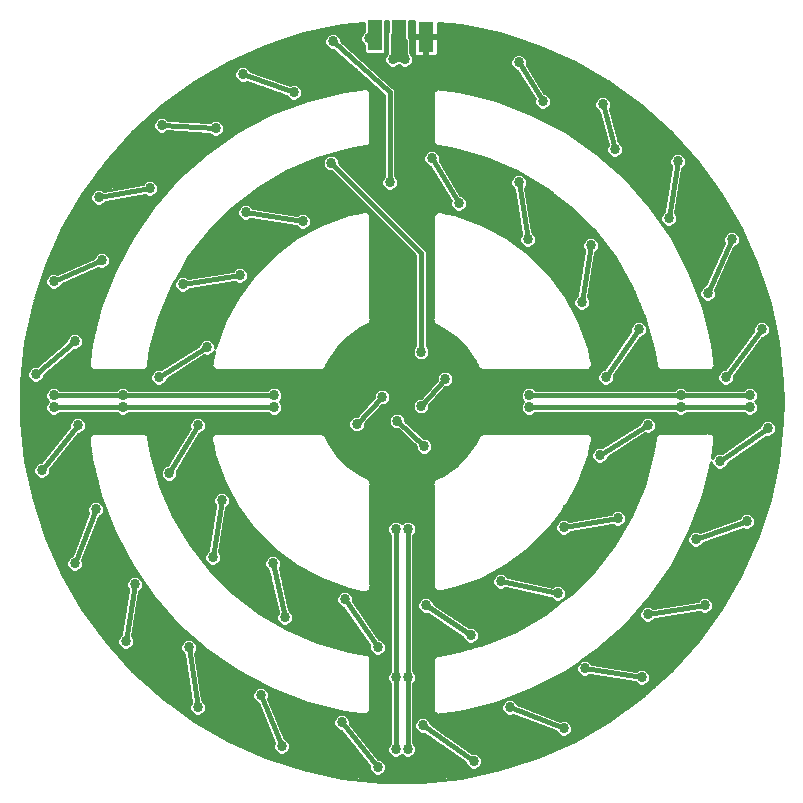
<source format=gbl>
G75*
%MOIN*%
%OFA0B0*%
%FSLAX25Y25*%
%IPPOS*%
%LPD*%
%AMOC8*
5,1,8,0,0,1.08239X$1,22.5*
%
%ADD10R,0.05000X0.10000*%
%ADD11C,0.03369*%
%ADD12C,0.01600*%
%ADD13C,0.01000*%
D10*
X0123500Y0257500D03*
X0131500Y0257500D03*
X0140470Y0256960D03*
D11*
X0133500Y0249500D03*
X0129500Y0249500D03*
X0121500Y0256500D03*
X0109500Y0255500D03*
X0114319Y0240801D03*
X0124319Y0234801D03*
X0140319Y0234801D03*
X0146389Y0242416D03*
X0171500Y0248500D03*
X0173627Y0234882D03*
X0179500Y0235500D03*
X0198245Y0220916D03*
X0203500Y0219500D03*
X0199500Y0234500D03*
X0224500Y0215500D03*
X0217700Y0200673D03*
X0221500Y0196500D03*
X0242500Y0189500D03*
X0232805Y0176671D03*
X0234500Y0171500D03*
X0252500Y0159500D03*
X0239801Y0149681D03*
X0240500Y0143500D03*
X0248500Y0137500D03*
X0248500Y0133500D03*
X0254500Y0126500D03*
X0239416Y0121611D03*
X0238500Y0115500D03*
X0232882Y0094373D03*
X0230500Y0089500D03*
X0247500Y0095500D03*
X0233500Y0067500D03*
X0217916Y0069755D03*
X0214500Y0064500D03*
X0197673Y0050300D03*
X0193500Y0046500D03*
X0212500Y0043500D03*
X0186500Y0026500D03*
X0173671Y0035195D03*
X0168500Y0033500D03*
X0156500Y0015500D03*
X0146681Y0028199D03*
X0139500Y0027500D03*
X0140319Y0035801D03*
X0134500Y0043500D03*
X0130500Y0043500D03*
X0124319Y0035801D03*
X0117611Y0028584D03*
X0112500Y0028500D03*
X0124500Y0013500D03*
X0130500Y0019500D03*
X0134500Y0019500D03*
X0124500Y0053500D03*
X0113500Y0069500D03*
X0119500Y0070500D03*
X0140500Y0067500D03*
X0145500Y0070500D03*
X0155500Y0057500D03*
X0165500Y0075500D03*
X0169000Y0080000D03*
X0184500Y0071500D03*
X0186500Y0093500D03*
X0187500Y0099500D03*
X0204500Y0096500D03*
X0198500Y0117500D03*
X0197500Y0122500D03*
X0214500Y0127500D03*
X0225500Y0133500D03*
X0225500Y0137500D03*
X0211500Y0159500D03*
X0197500Y0148500D03*
X0200500Y0143500D03*
X0175000Y0137500D03*
X0175000Y0133500D03*
X0147000Y0143000D03*
X0144000Y0147000D03*
X0139000Y0152000D03*
X0126000Y0137000D03*
X0131000Y0129000D03*
X0139000Y0134000D03*
X0144000Y0124000D03*
X0140000Y0120500D03*
X0121000Y0124000D03*
X0117500Y0128000D03*
X0121000Y0147000D03*
X0090000Y0137500D03*
X0090000Y0133500D03*
X0067500Y0148500D03*
X0067500Y0153500D03*
X0051500Y0143500D03*
X0039500Y0137500D03*
X0039500Y0133500D03*
X0024500Y0127500D03*
X0025199Y0121319D03*
X0016500Y0133500D03*
X0016500Y0137500D03*
X0010500Y0144500D03*
X0023500Y0155500D03*
X0025584Y0149389D03*
X0016500Y0175500D03*
X0032118Y0176627D03*
X0032500Y0182500D03*
X0046084Y0201245D03*
X0048500Y0206500D03*
X0066327Y0220700D03*
X0070500Y0226500D03*
X0079500Y0244500D03*
X0090329Y0234805D03*
X0096500Y0238500D03*
X0109000Y0215000D03*
X0114500Y0199500D03*
X0124000Y0190500D03*
X0141000Y0190500D03*
X0145500Y0200500D03*
X0151500Y0201500D03*
X0142500Y0216500D03*
X0128500Y0208500D03*
X0099500Y0195500D03*
X0095500Y0190500D03*
X0080500Y0198500D03*
X0078500Y0177500D03*
X0076500Y0172500D03*
X0059500Y0174500D03*
X0031500Y0203500D03*
X0052500Y0227500D03*
X0064500Y0127500D03*
X0066500Y0122500D03*
X0055000Y0111500D03*
X0072500Y0102500D03*
X0076500Y0098500D03*
X0069500Y0083500D03*
X0089500Y0081500D03*
X0095500Y0080500D03*
X0093500Y0063500D03*
X0085500Y0037500D03*
X0091373Y0036118D03*
X0092500Y0020500D03*
X0092500Y0020500D03*
X0064500Y0033500D03*
X0066755Y0050084D03*
X0061500Y0053500D03*
X0046300Y0069327D03*
X0043500Y0074500D03*
X0040500Y0055500D03*
X0023500Y0081500D03*
X0032195Y0095329D03*
X0030500Y0099500D03*
X0012500Y0112500D03*
X0130500Y0093000D03*
X0134500Y0093000D03*
X0192500Y0168500D03*
X0187500Y0172500D03*
X0195500Y0187500D03*
X0174500Y0189500D03*
X0169500Y0191500D03*
X0171500Y0208500D03*
D12*
X0174500Y0189500D01*
X0195500Y0187500D02*
X0192500Y0168500D01*
X0211500Y0159500D02*
X0200500Y0143500D01*
X0214500Y0127500D02*
X0198500Y0117500D01*
X0204500Y0096500D02*
X0186500Y0093500D01*
X0184500Y0071500D02*
X0165500Y0075500D01*
X0155500Y0057500D02*
X0140500Y0067500D01*
X0124500Y0053500D02*
X0113500Y0069500D01*
X0093500Y0063500D02*
X0089500Y0081500D01*
X0069500Y0083500D02*
X0072500Y0102500D01*
X0055000Y0111500D02*
X0064500Y0127500D01*
X0051500Y0143500D02*
X0067500Y0153500D01*
X0059500Y0174500D02*
X0078500Y0177500D01*
X0080500Y0198500D02*
X0099500Y0195500D01*
X0109000Y0215000D02*
X0139000Y0185000D01*
X0139000Y0152000D01*
X0147000Y0143000D02*
X0139000Y0134000D01*
X0131000Y0129000D02*
X0140000Y0120500D01*
X0126000Y0137000D02*
X0117500Y0128000D01*
X0090000Y0133500D02*
X0039500Y0133500D01*
X0016500Y0133500D01*
X0016500Y0137500D02*
X0039500Y0137500D01*
X0090000Y0137500D01*
X0130500Y0093000D02*
X0130500Y0043500D01*
X0130500Y0019500D01*
X0134500Y0019500D02*
X0134500Y0043500D01*
X0134500Y0093000D01*
X0175000Y0133500D02*
X0225500Y0133500D01*
X0248500Y0133500D01*
X0248500Y0137500D02*
X0225500Y0137500D01*
X0175000Y0137500D01*
X0230500Y0089500D02*
X0247500Y0095500D01*
X0238500Y0115500D02*
X0254500Y0126500D01*
X0240500Y0143500D02*
X0252500Y0159500D01*
X0234500Y0171500D02*
X0242500Y0189500D01*
X0221500Y0196500D02*
X0224500Y0215500D01*
X0203500Y0219500D02*
X0199500Y0234500D01*
X0179500Y0235500D02*
X0171500Y0248500D01*
X0142500Y0216500D02*
X0151500Y0201500D01*
X0128500Y0208500D02*
X0128500Y0238500D01*
X0109500Y0255500D01*
X0121500Y0256500D02*
X0123500Y0256500D01*
X0123500Y0257500D01*
X0129500Y0257500D02*
X0129500Y0249500D01*
X0133500Y0249500D01*
X0132500Y0249500D01*
X0132500Y0252500D01*
X0130500Y0252500D01*
X0130500Y0250500D01*
X0131500Y0250500D01*
X0131500Y0251500D01*
X0133500Y0249500D02*
X0133500Y0255500D01*
X0131500Y0255500D01*
X0131500Y0257500D01*
X0129500Y0257500D01*
X0096500Y0238500D02*
X0079500Y0244500D01*
X0070500Y0226500D02*
X0052500Y0227500D01*
X0048500Y0206500D02*
X0031500Y0203500D01*
X0032500Y0182500D02*
X0016500Y0175500D01*
X0023500Y0155500D02*
X0010500Y0144500D01*
X0024500Y0127500D02*
X0012500Y0112500D01*
X0030500Y0099500D02*
X0023500Y0081500D01*
X0043500Y0074500D02*
X0040500Y0055500D01*
X0061500Y0053500D02*
X0064500Y0033500D01*
X0085500Y0037500D02*
X0092500Y0020500D01*
X0112500Y0028500D02*
X0124500Y0013500D01*
X0139500Y0027500D02*
X0156500Y0015500D01*
X0168500Y0033500D02*
X0186500Y0026500D01*
X0193500Y0046500D02*
X0212500Y0043500D01*
X0214500Y0064500D02*
X0233500Y0067500D01*
D13*
X0042697Y0045697D02*
X0033802Y0055576D01*
X0025989Y0066331D01*
X0019342Y0077843D01*
X0013935Y0089987D01*
X0009827Y0102630D01*
X0007064Y0115633D01*
X0005674Y0128853D01*
X0005500Y0135500D01*
X0005674Y0142147D01*
X0007064Y0155367D01*
X0009827Y0168370D01*
X0013935Y0181013D01*
X0019342Y0193157D01*
X0025989Y0204669D01*
X0033802Y0215424D01*
X0042697Y0225303D01*
X0052576Y0234198D01*
X0063331Y0242011D01*
X0074843Y0248658D01*
X0086987Y0254065D01*
X0099630Y0258173D01*
X0112633Y0260936D01*
X0119900Y0261700D01*
X0119900Y0258838D01*
X0119140Y0258077D01*
X0118716Y0257054D01*
X0118716Y0255946D01*
X0119140Y0254923D01*
X0119900Y0254162D01*
X0119900Y0252044D01*
X0120544Y0251400D01*
X0126456Y0251400D01*
X0127100Y0252044D01*
X0127100Y0262359D01*
X0127900Y0262380D01*
X0127900Y0258587D01*
X0127600Y0258287D01*
X0127600Y0251538D01*
X0127140Y0251077D01*
X0126716Y0250054D01*
X0126716Y0248946D01*
X0127140Y0247923D01*
X0127923Y0247140D01*
X0128946Y0246716D01*
X0130054Y0246716D01*
X0131077Y0247140D01*
X0131500Y0247562D01*
X0131923Y0247140D01*
X0132946Y0246716D01*
X0134054Y0246716D01*
X0135077Y0247140D01*
X0135860Y0247923D01*
X0136284Y0248946D01*
X0136284Y0250054D01*
X0135860Y0251077D01*
X0135400Y0251538D01*
X0135400Y0256287D01*
X0135100Y0256587D01*
X0135100Y0262432D01*
X0136533Y0262394D01*
X0136470Y0262157D01*
X0136470Y0257460D01*
X0139970Y0257460D01*
X0139970Y0256460D01*
X0136470Y0256460D01*
X0136470Y0251763D01*
X0136572Y0251381D01*
X0136770Y0251039D01*
X0137049Y0250760D01*
X0137391Y0250562D01*
X0137773Y0250460D01*
X0139970Y0250460D01*
X0139970Y0256460D01*
X0140970Y0256460D01*
X0140970Y0257460D01*
X0144470Y0257460D01*
X0144470Y0261766D01*
X0152367Y0260936D01*
X0165370Y0258173D01*
X0178013Y0254065D01*
X0190157Y0248658D01*
X0201669Y0242011D01*
X0212424Y0234198D01*
X0222303Y0225303D01*
X0231198Y0215424D01*
X0239011Y0204669D01*
X0245658Y0193157D01*
X0251065Y0181013D01*
X0255173Y0168370D01*
X0257936Y0155367D01*
X0259326Y0142147D01*
X0259500Y0135500D01*
X0259326Y0128853D01*
X0257936Y0115633D01*
X0255173Y0102630D01*
X0251065Y0089987D01*
X0245658Y0077843D01*
X0239011Y0066331D01*
X0231198Y0055576D01*
X0222303Y0045697D01*
X0212424Y0036802D01*
X0201669Y0028989D01*
X0190157Y0022342D01*
X0178013Y0016935D01*
X0165370Y0012827D01*
X0152367Y0010064D01*
X0139147Y0008674D01*
X0132500Y0008500D01*
X0125853Y0008674D01*
X0112633Y0010064D01*
X0099630Y0012827D01*
X0086987Y0016935D01*
X0074843Y0022342D01*
X0063331Y0028989D01*
X0052576Y0036802D01*
X0042697Y0045697D01*
X0042999Y0045426D02*
X0060790Y0045426D01*
X0060640Y0046424D02*
X0042043Y0046424D01*
X0041144Y0047423D02*
X0060490Y0047423D01*
X0060341Y0048421D02*
X0040245Y0048421D01*
X0039346Y0049420D02*
X0060191Y0049420D01*
X0060041Y0050418D02*
X0038447Y0050418D01*
X0037548Y0051417D02*
X0059646Y0051417D01*
X0059923Y0051140D02*
X0059933Y0051135D01*
X0062316Y0035253D01*
X0062140Y0035077D01*
X0061716Y0034054D01*
X0061716Y0032946D01*
X0062140Y0031923D01*
X0062923Y0031140D01*
X0063946Y0030716D01*
X0065054Y0030716D01*
X0066077Y0031140D01*
X0066860Y0031923D01*
X0067284Y0032946D01*
X0067284Y0034054D01*
X0066860Y0035077D01*
X0066077Y0035860D01*
X0066067Y0035865D01*
X0063684Y0051747D01*
X0063860Y0051923D01*
X0064284Y0052946D01*
X0064284Y0054054D01*
X0063860Y0055077D01*
X0063077Y0055860D01*
X0062054Y0056284D01*
X0060946Y0056284D01*
X0059923Y0055860D01*
X0059140Y0055077D01*
X0058716Y0054054D01*
X0058716Y0052946D01*
X0059140Y0051923D01*
X0059923Y0051140D01*
X0058936Y0052415D02*
X0036649Y0052415D01*
X0035750Y0053414D02*
X0038649Y0053414D01*
X0038923Y0053140D02*
X0039946Y0052716D01*
X0041054Y0052716D01*
X0042077Y0053140D01*
X0042860Y0053923D01*
X0043284Y0054946D01*
X0043284Y0056054D01*
X0042860Y0057077D01*
X0042698Y0057239D01*
X0045049Y0072128D01*
X0045077Y0072140D01*
X0045860Y0072923D01*
X0046284Y0073946D01*
X0046284Y0075054D01*
X0045860Y0076077D01*
X0045077Y0076860D01*
X0044054Y0077284D01*
X0042946Y0077284D01*
X0041923Y0076860D01*
X0041140Y0076077D01*
X0040716Y0075054D01*
X0040716Y0073946D01*
X0041140Y0072923D01*
X0041302Y0072761D01*
X0038951Y0057872D01*
X0038923Y0057860D01*
X0038140Y0057077D01*
X0037716Y0056054D01*
X0037716Y0054946D01*
X0038140Y0053923D01*
X0038923Y0053140D01*
X0037937Y0054412D02*
X0034851Y0054412D01*
X0033952Y0055411D02*
X0037716Y0055411D01*
X0037863Y0056409D02*
X0033197Y0056409D01*
X0032472Y0057408D02*
X0038470Y0057408D01*
X0039035Y0058406D02*
X0031746Y0058406D01*
X0031021Y0059405D02*
X0039193Y0059405D01*
X0039351Y0060403D02*
X0030295Y0060403D01*
X0029570Y0061402D02*
X0039508Y0061402D01*
X0039666Y0062400D02*
X0028845Y0062400D01*
X0028119Y0063399D02*
X0039824Y0063399D01*
X0039981Y0064397D02*
X0027394Y0064397D01*
X0026668Y0065396D02*
X0040139Y0065396D01*
X0040297Y0066394D02*
X0025952Y0066394D01*
X0025376Y0067393D02*
X0040454Y0067393D01*
X0040612Y0068391D02*
X0024799Y0068391D01*
X0024223Y0069390D02*
X0040770Y0069390D01*
X0040927Y0070388D02*
X0023646Y0070388D01*
X0023070Y0071387D02*
X0041085Y0071387D01*
X0041243Y0072385D02*
X0022493Y0072385D01*
X0021917Y0073384D02*
X0040949Y0073384D01*
X0040716Y0074382D02*
X0021340Y0074382D01*
X0020764Y0075381D02*
X0040851Y0075381D01*
X0041442Y0076379D02*
X0020187Y0076379D01*
X0019611Y0077378D02*
X0045020Y0077378D01*
X0045558Y0076379D02*
X0045709Y0076379D01*
X0046149Y0075381D02*
X0046399Y0075381D01*
X0046284Y0074382D02*
X0047088Y0074382D01*
X0047778Y0073384D02*
X0046051Y0073384D01*
X0045323Y0072385D02*
X0048467Y0072385D01*
X0049157Y0071387D02*
X0044932Y0071387D01*
X0044774Y0070388D02*
X0049889Y0070388D01*
X0049696Y0070606D02*
X0058110Y0061110D01*
X0058110Y0061110D01*
X0058110Y0061110D01*
X0067606Y0052696D01*
X0078046Y0045487D01*
X0089278Y0039586D01*
X0101138Y0035080D01*
X0113454Y0032035D01*
X0113454Y0032035D01*
X0119050Y0031351D01*
X0119151Y0031250D01*
X0119875Y0031250D01*
X0120594Y0031162D01*
X0120706Y0031250D01*
X0120849Y0031250D01*
X0121361Y0031762D01*
X0121932Y0032208D01*
X0121949Y0032350D01*
X0122050Y0032451D01*
X0122050Y0033175D01*
X0122138Y0033894D01*
X0122050Y0034006D01*
X0122050Y0049252D01*
X0122151Y0049947D01*
X0122050Y0050081D01*
X0122050Y0050249D01*
X0121554Y0050745D01*
X0121134Y0051307D01*
X0120968Y0051331D01*
X0120849Y0051450D01*
X0120175Y0051450D01*
X0114919Y0052383D01*
X0104406Y0055311D01*
X0094351Y0059554D01*
X0084920Y0065044D01*
X0076265Y0071691D01*
X0068527Y0079386D01*
X0061834Y0088005D01*
X0056293Y0097407D01*
X0051995Y0107438D01*
X0049011Y0117935D01*
X0048050Y0123180D01*
X0048050Y0123849D01*
X0047927Y0123972D01*
X0047901Y0124144D01*
X0047341Y0124558D01*
X0046849Y0125050D01*
X0046675Y0125050D01*
X0046535Y0125153D01*
X0045847Y0125050D01*
X0031006Y0125050D01*
X0030894Y0125138D01*
X0030175Y0125050D01*
X0029451Y0125050D01*
X0029350Y0124949D01*
X0029208Y0124932D01*
X0028762Y0124361D01*
X0028250Y0123849D01*
X0028250Y0123706D01*
X0028162Y0123594D01*
X0028250Y0122875D01*
X0028250Y0122151D01*
X0028351Y0122050D01*
X0029035Y0116454D01*
X0032080Y0104138D01*
X0036586Y0092278D01*
X0036586Y0092278D01*
X0042487Y0081046D01*
X0049696Y0070606D01*
X0049696Y0070606D01*
X0050774Y0069390D02*
X0044617Y0069390D01*
X0044459Y0068391D02*
X0051659Y0068391D01*
X0052543Y0067393D02*
X0044301Y0067393D01*
X0044144Y0066394D02*
X0053428Y0066394D01*
X0054313Y0065396D02*
X0043986Y0065396D01*
X0043828Y0064397D02*
X0055198Y0064397D01*
X0056082Y0063399D02*
X0043671Y0063399D01*
X0043513Y0062400D02*
X0056967Y0062400D01*
X0057852Y0061402D02*
X0043355Y0061402D01*
X0043198Y0060403D02*
X0058908Y0060403D01*
X0060035Y0059405D02*
X0043040Y0059405D01*
X0042882Y0058406D02*
X0061162Y0058406D01*
X0062289Y0057408D02*
X0042725Y0057408D01*
X0043137Y0056409D02*
X0063416Y0056409D01*
X0063527Y0055411D02*
X0064543Y0055411D01*
X0064136Y0054412D02*
X0065670Y0054412D01*
X0066796Y0053414D02*
X0064284Y0053414D01*
X0064064Y0052415D02*
X0068013Y0052415D01*
X0067606Y0052696D02*
X0067606Y0052696D01*
X0069459Y0051417D02*
X0063734Y0051417D01*
X0063884Y0050418D02*
X0070905Y0050418D01*
X0072351Y0049420D02*
X0064033Y0049420D01*
X0064183Y0048421D02*
X0073797Y0048421D01*
X0075242Y0047423D02*
X0064333Y0047423D01*
X0064483Y0046424D02*
X0076688Y0046424D01*
X0078046Y0045487D02*
X0078046Y0045487D01*
X0078162Y0045426D02*
X0064632Y0045426D01*
X0064782Y0044427D02*
X0080063Y0044427D01*
X0081963Y0043429D02*
X0064932Y0043429D01*
X0065082Y0042430D02*
X0083864Y0042430D01*
X0085765Y0041432D02*
X0065232Y0041432D01*
X0065381Y0040433D02*
X0087665Y0040433D01*
X0087077Y0039860D02*
X0086054Y0040284D01*
X0084946Y0040284D01*
X0083923Y0039860D01*
X0083140Y0039077D01*
X0082716Y0038054D01*
X0082716Y0036946D01*
X0083140Y0035923D01*
X0083923Y0035140D01*
X0084519Y0034893D01*
X0089967Y0021661D01*
X0089716Y0021054D01*
X0089716Y0019946D01*
X0090140Y0018923D01*
X0090923Y0018140D01*
X0091946Y0017716D01*
X0093054Y0017716D01*
X0094077Y0018140D01*
X0094860Y0018923D01*
X0095284Y0019946D01*
X0095284Y0021054D01*
X0094860Y0022077D01*
X0094077Y0022860D01*
X0093481Y0023107D01*
X0088033Y0036339D01*
X0088284Y0036946D01*
X0088284Y0038054D01*
X0087860Y0039077D01*
X0087077Y0039860D01*
X0087503Y0039434D02*
X0089676Y0039434D01*
X0089278Y0039586D02*
X0089278Y0039586D01*
X0088126Y0038436D02*
X0092305Y0038436D01*
X0094933Y0037437D02*
X0088284Y0037437D01*
X0088074Y0036439D02*
X0097562Y0036439D01*
X0100190Y0035440D02*
X0088403Y0035440D01*
X0088814Y0034442D02*
X0103720Y0034442D01*
X0101138Y0035080D02*
X0101138Y0035080D01*
X0107759Y0033443D02*
X0089225Y0033443D01*
X0089636Y0032445D02*
X0111798Y0032445D01*
X0111946Y0031284D02*
X0110923Y0030860D01*
X0110140Y0030077D01*
X0109716Y0029054D01*
X0109716Y0027946D01*
X0110140Y0026923D01*
X0110923Y0026140D01*
X0111946Y0025716D01*
X0112294Y0025716D01*
X0121716Y0013939D01*
X0121716Y0012946D01*
X0122140Y0011923D01*
X0122923Y0011140D01*
X0123946Y0010716D01*
X0125054Y0010716D01*
X0126077Y0011140D01*
X0126860Y0011923D01*
X0127284Y0012946D01*
X0127284Y0014054D01*
X0126860Y0015077D01*
X0126077Y0015860D01*
X0125054Y0016284D01*
X0124706Y0016284D01*
X0115284Y0028061D01*
X0115284Y0029054D01*
X0114860Y0030077D01*
X0114077Y0030860D01*
X0113054Y0031284D01*
X0111946Y0031284D01*
X0110510Y0030448D02*
X0090459Y0030448D01*
X0090870Y0029449D02*
X0109880Y0029449D01*
X0109716Y0028451D02*
X0091281Y0028451D01*
X0091692Y0027452D02*
X0109920Y0027452D01*
X0110609Y0026454D02*
X0092103Y0026454D01*
X0092514Y0025455D02*
X0112503Y0025455D01*
X0113301Y0024457D02*
X0092925Y0024457D01*
X0093337Y0023458D02*
X0114100Y0023458D01*
X0114899Y0022460D02*
X0094478Y0022460D01*
X0095115Y0021461D02*
X0115698Y0021461D01*
X0116497Y0020463D02*
X0095284Y0020463D01*
X0095085Y0019464D02*
X0117295Y0019464D01*
X0118094Y0018466D02*
X0094403Y0018466D01*
X0094569Y0014472D02*
X0121289Y0014472D01*
X0121716Y0013473D02*
X0097642Y0013473D01*
X0101289Y0012475D02*
X0121911Y0012475D01*
X0122586Y0011476D02*
X0105987Y0011476D01*
X0110685Y0010478D02*
X0154315Y0010478D01*
X0154923Y0013140D02*
X0155946Y0012716D01*
X0157054Y0012716D01*
X0158077Y0013140D01*
X0158860Y0013923D01*
X0159284Y0014946D01*
X0159284Y0016054D01*
X0158860Y0017077D01*
X0158077Y0017860D01*
X0157054Y0018284D01*
X0155946Y0018284D01*
X0155886Y0018259D01*
X0142284Y0027860D01*
X0142284Y0028054D01*
X0141860Y0029077D01*
X0141077Y0029860D01*
X0140054Y0030284D01*
X0138946Y0030284D01*
X0137923Y0029860D01*
X0137140Y0029077D01*
X0136716Y0028054D01*
X0136716Y0026946D01*
X0137140Y0025923D01*
X0137923Y0025140D01*
X0138946Y0024716D01*
X0140054Y0024716D01*
X0140114Y0024741D01*
X0153716Y0015140D01*
X0153716Y0014946D01*
X0154140Y0013923D01*
X0154923Y0013140D01*
X0154589Y0013473D02*
X0127284Y0013473D01*
X0127111Y0014472D02*
X0153912Y0014472D01*
X0153247Y0015470D02*
X0126467Y0015470D01*
X0124558Y0016469D02*
X0151833Y0016469D01*
X0150418Y0017467D02*
X0136405Y0017467D01*
X0136077Y0017140D02*
X0136860Y0017923D01*
X0137284Y0018946D01*
X0137284Y0020054D01*
X0136860Y0021077D01*
X0136400Y0021538D01*
X0136400Y0041462D01*
X0136860Y0041923D01*
X0137284Y0042946D01*
X0137284Y0044054D01*
X0136860Y0045077D01*
X0136400Y0045538D01*
X0136400Y0090962D01*
X0136860Y0091423D01*
X0137284Y0092446D01*
X0137284Y0093554D01*
X0136860Y0094577D01*
X0136077Y0095360D01*
X0135054Y0095784D01*
X0133946Y0095784D01*
X0132923Y0095360D01*
X0132500Y0094937D01*
X0132077Y0095360D01*
X0131054Y0095784D01*
X0129946Y0095784D01*
X0128923Y0095360D01*
X0128140Y0094577D01*
X0127716Y0093554D01*
X0127716Y0092446D01*
X0128140Y0091423D01*
X0128600Y0090962D01*
X0128600Y0045538D01*
X0128140Y0045077D01*
X0127716Y0044054D01*
X0127716Y0042946D01*
X0128140Y0041923D01*
X0128600Y0041462D01*
X0128600Y0021538D01*
X0128140Y0021077D01*
X0127716Y0020054D01*
X0127716Y0018946D01*
X0128140Y0017923D01*
X0128923Y0017140D01*
X0129946Y0016716D01*
X0131054Y0016716D01*
X0132077Y0017140D01*
X0132500Y0017562D01*
X0132923Y0017140D01*
X0133946Y0016716D01*
X0135054Y0016716D01*
X0136077Y0017140D01*
X0137085Y0018466D02*
X0149004Y0018466D01*
X0147589Y0019464D02*
X0137284Y0019464D01*
X0137115Y0020463D02*
X0146175Y0020463D01*
X0144760Y0021461D02*
X0136476Y0021461D01*
X0136400Y0022460D02*
X0143346Y0022460D01*
X0141931Y0023458D02*
X0136400Y0023458D01*
X0136400Y0024457D02*
X0140516Y0024457D01*
X0137607Y0025455D02*
X0136400Y0025455D01*
X0136400Y0026454D02*
X0136920Y0026454D01*
X0136716Y0027452D02*
X0136400Y0027452D01*
X0136400Y0028451D02*
X0136880Y0028451D01*
X0136400Y0029449D02*
X0137512Y0029449D01*
X0136400Y0030448D02*
X0171106Y0030448D01*
X0169714Y0030989D02*
X0183914Y0025467D01*
X0184140Y0024923D01*
X0184923Y0024140D01*
X0185946Y0023716D01*
X0187054Y0023716D01*
X0188077Y0024140D01*
X0188860Y0024923D01*
X0189284Y0025946D01*
X0189284Y0027054D01*
X0188860Y0028077D01*
X0188077Y0028860D01*
X0187054Y0029284D01*
X0185946Y0029284D01*
X0185286Y0029011D01*
X0171086Y0034533D01*
X0170860Y0035077D01*
X0170077Y0035860D01*
X0169054Y0036284D01*
X0167946Y0036284D01*
X0166923Y0035860D01*
X0166140Y0035077D01*
X0165716Y0034054D01*
X0165716Y0032946D01*
X0166140Y0031923D01*
X0166923Y0031140D01*
X0167946Y0030716D01*
X0169054Y0030716D01*
X0169714Y0030989D01*
X0171320Y0034442D02*
X0209175Y0034442D01*
X0210549Y0035440D02*
X0170497Y0035440D01*
X0170311Y0037437D02*
X0213129Y0037437D01*
X0214238Y0038436D02*
X0172937Y0038436D01*
X0175562Y0039434D02*
X0215347Y0039434D01*
X0216456Y0040433D02*
X0177510Y0040433D01*
X0175739Y0039502D02*
X0186975Y0045411D01*
X0191829Y0048767D01*
X0191140Y0048077D01*
X0190716Y0047054D01*
X0190716Y0045946D01*
X0191140Y0044923D01*
X0191923Y0044140D01*
X0192946Y0043716D01*
X0194054Y0043716D01*
X0195077Y0044140D01*
X0195239Y0044302D01*
X0210128Y0041951D01*
X0210140Y0041923D01*
X0210923Y0041140D01*
X0211946Y0040716D01*
X0213054Y0040716D01*
X0214077Y0041140D01*
X0214860Y0041923D01*
X0215284Y0042946D01*
X0215284Y0044054D01*
X0214860Y0045077D01*
X0214077Y0045860D01*
X0213054Y0046284D01*
X0211946Y0046284D01*
X0210923Y0045860D01*
X0210761Y0045698D01*
X0195872Y0048049D01*
X0195860Y0048077D01*
X0195077Y0048860D01*
X0194054Y0049284D01*
X0192946Y0049284D01*
X0192027Y0048904D01*
X0197418Y0052630D01*
X0206915Y0061054D01*
X0215328Y0070561D01*
X0222536Y0081012D01*
X0228433Y0092254D01*
X0228433Y0092254D01*
X0232932Y0104125D01*
X0235716Y0115421D01*
X0235716Y0114946D01*
X0236140Y0113923D01*
X0236923Y0113140D01*
X0237946Y0112716D01*
X0239054Y0112716D01*
X0240077Y0113140D01*
X0240860Y0113923D01*
X0241284Y0114946D01*
X0241284Y0115108D01*
X0253857Y0123753D01*
X0253946Y0123716D01*
X0255054Y0123716D01*
X0256077Y0124140D01*
X0256860Y0124923D01*
X0257284Y0125946D01*
X0257284Y0127054D01*
X0256860Y0128077D01*
X0256077Y0128860D01*
X0255054Y0129284D01*
X0253946Y0129284D01*
X0252923Y0128860D01*
X0252140Y0128077D01*
X0251716Y0127054D01*
X0251716Y0126892D01*
X0239143Y0118247D01*
X0239054Y0118284D01*
X0237946Y0118284D01*
X0236923Y0117860D01*
X0236140Y0117077D01*
X0236007Y0116756D01*
X0236650Y0122051D01*
X0236750Y0122151D01*
X0236750Y0122876D01*
X0236837Y0123596D01*
X0236750Y0123707D01*
X0236750Y0123849D01*
X0236237Y0124362D01*
X0235790Y0124933D01*
X0235649Y0124950D01*
X0235549Y0125050D01*
X0234824Y0125050D01*
X0234104Y0125137D01*
X0233993Y0125050D01*
X0219247Y0125050D01*
X0218553Y0125150D01*
X0218419Y0125050D01*
X0218251Y0125050D01*
X0217755Y0124554D01*
X0217193Y0124134D01*
X0217169Y0123968D01*
X0217050Y0123849D01*
X0217050Y0123174D01*
X0216112Y0117893D01*
X0213167Y0107332D01*
X0208894Y0097234D01*
X0203364Y0087767D01*
X0196668Y0079085D01*
X0188915Y0071332D01*
X0186095Y0069157D01*
X0186860Y0069923D01*
X0187284Y0070946D01*
X0187284Y0072054D01*
X0186860Y0073077D01*
X0186077Y0073860D01*
X0185054Y0074284D01*
X0183946Y0074284D01*
X0182923Y0073860D01*
X0182851Y0073789D01*
X0167920Y0076932D01*
X0167860Y0077077D01*
X0167077Y0077860D01*
X0166054Y0078284D01*
X0164946Y0078284D01*
X0163923Y0077860D01*
X0163140Y0077077D01*
X0162716Y0076054D01*
X0162716Y0074946D01*
X0163140Y0073923D01*
X0163923Y0073140D01*
X0164946Y0072716D01*
X0166054Y0072716D01*
X0167077Y0073140D01*
X0167149Y0073211D01*
X0182080Y0070068D01*
X0182140Y0069923D01*
X0182923Y0069140D01*
X0183946Y0068716D01*
X0185054Y0068716D01*
X0186066Y0069135D01*
X0180233Y0064636D01*
X0170766Y0059106D01*
X0160668Y0054833D01*
X0150107Y0051888D01*
X0144825Y0050950D01*
X0144151Y0050950D01*
X0144032Y0050831D01*
X0143866Y0050807D01*
X0143446Y0050245D01*
X0142950Y0049749D01*
X0142950Y0049581D01*
X0142850Y0049447D01*
X0142950Y0048753D01*
X0142950Y0033906D01*
X0142862Y0033793D01*
X0142950Y0033075D01*
X0142950Y0032351D01*
X0143051Y0032250D01*
X0143069Y0032108D01*
X0143639Y0031662D01*
X0144151Y0031150D01*
X0144294Y0031150D01*
X0144407Y0031062D01*
X0145125Y0031150D01*
X0145849Y0031150D01*
X0145950Y0031251D01*
X0151550Y0031938D01*
X0163873Y0034989D01*
X0175739Y0039502D01*
X0179408Y0041432D02*
X0210631Y0041432D01*
X0214369Y0041432D02*
X0217565Y0041432D01*
X0218674Y0042430D02*
X0215070Y0042430D01*
X0215284Y0043429D02*
X0219783Y0043429D01*
X0220892Y0044427D02*
X0215130Y0044427D01*
X0214512Y0045426D02*
X0222001Y0045426D01*
X0222957Y0046424D02*
X0206163Y0046424D01*
X0207094Y0042430D02*
X0181307Y0042430D01*
X0183206Y0043429D02*
X0200770Y0043429D01*
X0199839Y0047423D02*
X0223856Y0047423D01*
X0224755Y0048421D02*
X0195516Y0048421D01*
X0194218Y0050418D02*
X0226553Y0050418D01*
X0225654Y0049420D02*
X0192774Y0049420D01*
X0191484Y0048421D02*
X0191329Y0048421D01*
X0190869Y0047423D02*
X0189885Y0047423D01*
X0190716Y0046424D02*
X0188441Y0046424D01*
X0186996Y0045426D02*
X0190931Y0045426D01*
X0191635Y0044427D02*
X0185104Y0044427D01*
X0195662Y0051417D02*
X0227452Y0051417D01*
X0228351Y0052415D02*
X0197107Y0052415D01*
X0198301Y0053414D02*
X0229250Y0053414D01*
X0230149Y0054412D02*
X0199427Y0054412D01*
X0200552Y0055411D02*
X0231048Y0055411D01*
X0231803Y0056409D02*
X0201678Y0056409D01*
X0202804Y0057408D02*
X0232528Y0057408D01*
X0233254Y0058406D02*
X0203930Y0058406D01*
X0205055Y0059405D02*
X0233979Y0059405D01*
X0234705Y0060403D02*
X0206181Y0060403D01*
X0206915Y0061054D02*
X0206915Y0061054D01*
X0207222Y0061402D02*
X0235430Y0061402D01*
X0236155Y0062400D02*
X0216338Y0062400D01*
X0216077Y0062140D02*
X0216860Y0062923D01*
X0216872Y0062951D01*
X0231761Y0065302D01*
X0231923Y0065140D01*
X0232946Y0064716D01*
X0234054Y0064716D01*
X0235077Y0065140D01*
X0235860Y0065923D01*
X0236284Y0066946D01*
X0236284Y0068054D01*
X0235860Y0069077D01*
X0235077Y0069860D01*
X0234054Y0070284D01*
X0232946Y0070284D01*
X0231923Y0069860D01*
X0231140Y0069077D01*
X0231128Y0069049D01*
X0216239Y0066698D01*
X0216077Y0066860D01*
X0215054Y0067284D01*
X0213946Y0067284D01*
X0212923Y0066860D01*
X0212140Y0066077D01*
X0211716Y0065054D01*
X0211716Y0063946D01*
X0212140Y0062923D01*
X0212923Y0062140D01*
X0213946Y0061716D01*
X0215054Y0061716D01*
X0216077Y0062140D01*
X0212662Y0062400D02*
X0208106Y0062400D01*
X0208990Y0063399D02*
X0211942Y0063399D01*
X0211716Y0064397D02*
X0209874Y0064397D01*
X0210757Y0065396D02*
X0211857Y0065396D01*
X0211641Y0066394D02*
X0212457Y0066394D01*
X0212525Y0067393D02*
X0220639Y0067393D01*
X0219708Y0063399D02*
X0236881Y0063399D01*
X0237606Y0064397D02*
X0226032Y0064397D01*
X0226963Y0068391D02*
X0213408Y0068391D01*
X0214292Y0069390D02*
X0231452Y0069390D01*
X0235548Y0069390D02*
X0240777Y0069390D01*
X0240201Y0068391D02*
X0236144Y0068391D01*
X0236284Y0067393D02*
X0239624Y0067393D01*
X0239048Y0066394D02*
X0236056Y0066394D01*
X0235333Y0065396D02*
X0238332Y0065396D01*
X0241354Y0070388D02*
X0215176Y0070388D01*
X0215328Y0070561D02*
X0215328Y0070561D01*
X0215898Y0071387D02*
X0241930Y0071387D01*
X0242507Y0072385D02*
X0216587Y0072385D01*
X0217275Y0073384D02*
X0243083Y0073384D01*
X0243660Y0074382D02*
X0217964Y0074382D01*
X0218653Y0075381D02*
X0244236Y0075381D01*
X0244813Y0076379D02*
X0219341Y0076379D01*
X0220030Y0077378D02*
X0245389Y0077378D01*
X0245895Y0078376D02*
X0220719Y0078376D01*
X0221407Y0079375D02*
X0246340Y0079375D01*
X0246784Y0080373D02*
X0222096Y0080373D01*
X0222536Y0081012D02*
X0222536Y0081012D01*
X0222725Y0081372D02*
X0247229Y0081372D01*
X0247674Y0082370D02*
X0223249Y0082370D01*
X0223772Y0083369D02*
X0248118Y0083369D01*
X0248563Y0084368D02*
X0224296Y0084368D01*
X0224820Y0085366D02*
X0249007Y0085366D01*
X0249452Y0086365D02*
X0225344Y0086365D01*
X0225867Y0087363D02*
X0228699Y0087363D01*
X0228923Y0087140D02*
X0229946Y0086716D01*
X0231054Y0086716D01*
X0232077Y0087140D01*
X0232860Y0087923D01*
X0233052Y0088386D01*
X0246198Y0093026D01*
X0246946Y0092716D01*
X0248054Y0092716D01*
X0249077Y0093140D01*
X0249860Y0093923D01*
X0250284Y0094946D01*
X0250284Y0096054D01*
X0249860Y0097077D01*
X0249077Y0097860D01*
X0248054Y0098284D01*
X0246946Y0098284D01*
X0245923Y0097860D01*
X0245140Y0097077D01*
X0244948Y0096614D01*
X0231802Y0091974D01*
X0231054Y0092284D01*
X0229946Y0092284D01*
X0228923Y0091860D01*
X0228140Y0091077D01*
X0227716Y0090054D01*
X0227716Y0088946D01*
X0228140Y0087923D01*
X0228923Y0087140D01*
X0227958Y0088362D02*
X0226391Y0088362D01*
X0226915Y0089360D02*
X0227716Y0089360D01*
X0227842Y0090359D02*
X0227438Y0090359D01*
X0227962Y0091357D02*
X0228420Y0091357D01*
X0228471Y0092356D02*
X0232882Y0092356D01*
X0235711Y0093354D02*
X0228849Y0093354D01*
X0229228Y0094353D02*
X0238540Y0094353D01*
X0241369Y0095351D02*
X0229606Y0095351D01*
X0229985Y0096350D02*
X0244199Y0096350D01*
X0245411Y0097348D02*
X0230363Y0097348D01*
X0230742Y0098347D02*
X0253781Y0098347D01*
X0254105Y0099345D02*
X0231120Y0099345D01*
X0231499Y0100344D02*
X0254430Y0100344D01*
X0254754Y0101342D02*
X0231877Y0101342D01*
X0232256Y0102341D02*
X0255079Y0102341D01*
X0255323Y0103339D02*
X0232634Y0103339D01*
X0232932Y0104125D02*
X0232932Y0104125D01*
X0232985Y0104338D02*
X0255536Y0104338D01*
X0255748Y0105336D02*
X0233231Y0105336D01*
X0233477Y0106335D02*
X0255960Y0106335D01*
X0256172Y0107333D02*
X0233723Y0107333D01*
X0233969Y0108332D02*
X0256385Y0108332D01*
X0256597Y0109330D02*
X0234215Y0109330D01*
X0234461Y0110329D02*
X0256809Y0110329D01*
X0257021Y0111327D02*
X0234707Y0111327D01*
X0234953Y0112326D02*
X0257234Y0112326D01*
X0257446Y0113324D02*
X0240262Y0113324D01*
X0241026Y0114323D02*
X0257658Y0114323D01*
X0257870Y0115321D02*
X0241594Y0115321D01*
X0243046Y0116320D02*
X0258009Y0116320D01*
X0258114Y0117318D02*
X0244499Y0117318D01*
X0245951Y0118317D02*
X0258219Y0118317D01*
X0258323Y0119315D02*
X0247403Y0119315D01*
X0248856Y0120314D02*
X0258428Y0120314D01*
X0258533Y0121312D02*
X0250308Y0121312D01*
X0251761Y0122311D02*
X0258638Y0122311D01*
X0258743Y0123309D02*
X0253213Y0123309D01*
X0256245Y0124308D02*
X0258848Y0124308D01*
X0258953Y0125306D02*
X0257019Y0125306D01*
X0257284Y0126305D02*
X0259058Y0126305D01*
X0259163Y0127303D02*
X0257181Y0127303D01*
X0256635Y0128302D02*
X0259268Y0128302D01*
X0259338Y0129301D02*
X0216637Y0129301D01*
X0216860Y0129077D02*
X0216077Y0129860D01*
X0215054Y0130284D01*
X0213946Y0130284D01*
X0212923Y0129860D01*
X0212140Y0129077D01*
X0211716Y0128054D01*
X0211716Y0128000D01*
X0199244Y0120205D01*
X0199054Y0120284D01*
X0197946Y0120284D01*
X0196923Y0119860D01*
X0196140Y0119077D01*
X0195716Y0118054D01*
X0195716Y0116946D01*
X0196140Y0115923D01*
X0196923Y0115140D01*
X0197946Y0114716D01*
X0199054Y0114716D01*
X0200077Y0115140D01*
X0200860Y0115923D01*
X0201284Y0116946D01*
X0201284Y0117000D01*
X0213756Y0124794D01*
X0213946Y0124716D01*
X0215054Y0124716D01*
X0216077Y0125140D01*
X0216860Y0125923D01*
X0217284Y0126946D01*
X0217284Y0128054D01*
X0216860Y0129077D01*
X0217181Y0128302D02*
X0252364Y0128302D01*
X0251819Y0127303D02*
X0217284Y0127303D01*
X0217019Y0126305D02*
X0250863Y0126305D01*
X0249410Y0125306D02*
X0216244Y0125306D01*
X0217426Y0124308D02*
X0212978Y0124308D01*
X0211380Y0123309D02*
X0217050Y0123309D01*
X0216897Y0122311D02*
X0209782Y0122311D01*
X0208185Y0121312D02*
X0216719Y0121312D01*
X0216542Y0120314D02*
X0206587Y0120314D01*
X0204990Y0119315D02*
X0216365Y0119315D01*
X0216188Y0118317D02*
X0203392Y0118317D01*
X0201794Y0117318D02*
X0215952Y0117318D01*
X0216112Y0117893D02*
X0216112Y0117893D01*
X0215674Y0116320D02*
X0201025Y0116320D01*
X0200259Y0115321D02*
X0215395Y0115321D01*
X0215117Y0114323D02*
X0193500Y0114323D01*
X0193861Y0115321D02*
X0196741Y0115321D01*
X0195975Y0116320D02*
X0194222Y0116320D01*
X0194583Y0117318D02*
X0195716Y0117318D01*
X0195825Y0118317D02*
X0194888Y0118317D01*
X0194816Y0117963D02*
X0195636Y0121987D01*
X0195800Y0122151D01*
X0195800Y0122793D01*
X0195928Y0123423D01*
X0195800Y0123617D01*
X0195800Y0123849D01*
X0195346Y0124303D01*
X0194991Y0124839D01*
X0194763Y0124886D01*
X0194599Y0125050D01*
X0193957Y0125050D01*
X0193327Y0125178D01*
X0193133Y0125050D01*
X0160446Y0125050D01*
X0160079Y0125217D01*
X0159630Y0125050D01*
X0159151Y0125050D01*
X0158866Y0124765D01*
X0158488Y0124624D01*
X0158289Y0124188D01*
X0157950Y0123849D01*
X0157950Y0123490D01*
X0156988Y0121613D01*
X0154115Y0117490D01*
X0150549Y0113948D01*
X0146407Y0111102D01*
X0144517Y0110150D01*
X0144151Y0110150D01*
X0143817Y0109816D01*
X0143386Y0109623D01*
X0143240Y0109239D01*
X0142950Y0108949D01*
X0142950Y0108477D01*
X0142782Y0108035D01*
X0142950Y0107661D01*
X0142950Y0074867D01*
X0142822Y0074673D01*
X0142950Y0074043D01*
X0142950Y0073401D01*
X0143114Y0073237D01*
X0143161Y0073009D01*
X0143697Y0072654D01*
X0144151Y0072200D01*
X0144383Y0072200D01*
X0144577Y0072072D01*
X0145207Y0072200D01*
X0145849Y0072200D01*
X0146013Y0072364D01*
X0150037Y0073184D01*
X0158919Y0076396D01*
X0167238Y0080868D01*
X0167238Y0080868D01*
X0174818Y0086503D01*
X0174818Y0086503D01*
X0181497Y0093182D01*
X0187132Y0100762D01*
X0191604Y0109081D01*
X0194816Y0117963D01*
X0195092Y0119315D02*
X0196378Y0119315D01*
X0195295Y0120314D02*
X0199417Y0120314D01*
X0201015Y0121312D02*
X0195498Y0121312D01*
X0195800Y0122311D02*
X0202613Y0122311D01*
X0204210Y0123309D02*
X0195905Y0123309D01*
X0195343Y0124308D02*
X0205808Y0124308D01*
X0207405Y0125306D02*
X0137678Y0125306D01*
X0138735Y0124308D02*
X0158344Y0124308D01*
X0157857Y0123309D02*
X0139792Y0123309D01*
X0139819Y0123284D02*
X0133784Y0128984D01*
X0133784Y0129554D01*
X0133360Y0130577D01*
X0132577Y0131360D01*
X0131554Y0131784D01*
X0130446Y0131784D01*
X0129423Y0131360D01*
X0128640Y0130577D01*
X0128216Y0129554D01*
X0128216Y0128446D01*
X0128640Y0127423D01*
X0129423Y0126640D01*
X0130446Y0126216D01*
X0131181Y0126216D01*
X0137216Y0120516D01*
X0137216Y0119946D01*
X0137640Y0118923D01*
X0138423Y0118140D01*
X0139446Y0117716D01*
X0140554Y0117716D01*
X0141577Y0118140D01*
X0142360Y0118923D01*
X0142784Y0119946D01*
X0142784Y0121054D01*
X0142360Y0122077D01*
X0141577Y0122860D01*
X0140554Y0123284D01*
X0139819Y0123284D01*
X0142127Y0122311D02*
X0157346Y0122311D01*
X0156779Y0121312D02*
X0142677Y0121312D01*
X0142784Y0120314D02*
X0156083Y0120314D01*
X0155387Y0119315D02*
X0142523Y0119315D01*
X0141754Y0118317D02*
X0154691Y0118317D01*
X0153942Y0117318D02*
X0111268Y0117318D01*
X0111035Y0117551D02*
X0108199Y0121636D01*
X0107250Y0123490D01*
X0107250Y0123849D01*
X0106911Y0124188D01*
X0106712Y0124624D01*
X0106334Y0124765D01*
X0106049Y0125050D01*
X0105570Y0125050D01*
X0105121Y0125217D01*
X0104754Y0125050D01*
X0071719Y0125050D01*
X0071528Y0125177D01*
X0070896Y0125050D01*
X0070251Y0125050D01*
X0070088Y0124888D01*
X0069863Y0124842D01*
X0069506Y0124305D01*
X0069050Y0123849D01*
X0069050Y0123619D01*
X0068923Y0123428D01*
X0069050Y0122796D01*
X0069050Y0122151D01*
X0069212Y0121988D01*
X0070026Y0117946D01*
X0073233Y0109019D01*
X0073233Y0109019D01*
X0077710Y0100655D01*
X0083359Y0093035D01*
X0083359Y0093034D01*
X0090060Y0086320D01*
X0097669Y0080655D01*
X0106023Y0076162D01*
X0114944Y0072936D01*
X0118987Y0072114D01*
X0119151Y0071950D01*
X0119794Y0071950D01*
X0120424Y0071822D01*
X0120617Y0071950D01*
X0120849Y0071950D01*
X0121304Y0072405D01*
X0121840Y0072760D01*
X0121886Y0072987D01*
X0122050Y0073151D01*
X0122050Y0073794D01*
X0122178Y0074424D01*
X0122050Y0074617D01*
X0122050Y0107754D01*
X0122217Y0108121D01*
X0122050Y0108570D01*
X0122050Y0109049D01*
X0121765Y0109334D01*
X0121624Y0109712D01*
X0121188Y0109911D01*
X0120849Y0110250D01*
X0120490Y0110250D01*
X0118636Y0111199D01*
X0114551Y0114035D01*
X0111035Y0117551D01*
X0110503Y0118317D02*
X0138246Y0118317D01*
X0137477Y0119315D02*
X0109810Y0119315D01*
X0109117Y0120314D02*
X0137216Y0120314D01*
X0136373Y0121312D02*
X0108423Y0121312D01*
X0107853Y0122311D02*
X0135315Y0122311D01*
X0134258Y0123309D02*
X0107342Y0123309D01*
X0106856Y0124308D02*
X0133201Y0124308D01*
X0132144Y0125306D02*
X0118273Y0125306D01*
X0118054Y0125216D02*
X0119077Y0125640D01*
X0119860Y0126423D01*
X0120284Y0127446D01*
X0120284Y0128181D01*
X0125984Y0134216D01*
X0126554Y0134216D01*
X0127577Y0134640D01*
X0128360Y0135423D01*
X0128784Y0136446D01*
X0128784Y0137554D01*
X0128360Y0138577D01*
X0127577Y0139360D01*
X0126554Y0139784D01*
X0125446Y0139784D01*
X0124423Y0139360D01*
X0123640Y0138577D01*
X0123216Y0137554D01*
X0123216Y0136819D01*
X0117516Y0130784D01*
X0116946Y0130784D01*
X0115923Y0130360D01*
X0115140Y0129577D01*
X0114716Y0128554D01*
X0114716Y0127446D01*
X0115140Y0126423D01*
X0115923Y0125640D01*
X0116946Y0125216D01*
X0118054Y0125216D01*
X0116727Y0125306D02*
X0066244Y0125306D01*
X0066077Y0125140D02*
X0066860Y0125923D01*
X0067284Y0126946D01*
X0067284Y0128054D01*
X0066860Y0129077D01*
X0066077Y0129860D01*
X0065054Y0130284D01*
X0063946Y0130284D01*
X0062923Y0129860D01*
X0062140Y0129077D01*
X0061716Y0128054D01*
X0061716Y0126946D01*
X0061817Y0126702D01*
X0054443Y0114283D01*
X0053423Y0113860D01*
X0052640Y0113077D01*
X0052216Y0112054D01*
X0052216Y0110946D01*
X0052640Y0109923D01*
X0053423Y0109140D01*
X0054446Y0108716D01*
X0055554Y0108716D01*
X0056577Y0109140D01*
X0057360Y0109923D01*
X0057784Y0110946D01*
X0057784Y0112054D01*
X0057683Y0112298D01*
X0065057Y0124717D01*
X0066077Y0125140D01*
X0067019Y0126305D02*
X0115257Y0126305D01*
X0114775Y0127303D02*
X0067284Y0127303D01*
X0067181Y0128302D02*
X0114716Y0128302D01*
X0115025Y0129301D02*
X0066637Y0129301D01*
X0062363Y0129301D02*
X0026637Y0129301D01*
X0026860Y0129077D02*
X0026077Y0129860D01*
X0025054Y0130284D01*
X0023946Y0130284D01*
X0022923Y0129860D01*
X0022140Y0129077D01*
X0021716Y0128054D01*
X0021716Y0127061D01*
X0012294Y0115284D01*
X0011946Y0115284D01*
X0010923Y0114860D01*
X0010140Y0114077D01*
X0009716Y0113054D01*
X0009716Y0111946D01*
X0010140Y0110923D01*
X0010923Y0110140D01*
X0011946Y0109716D01*
X0013054Y0109716D01*
X0014077Y0110140D01*
X0014860Y0110923D01*
X0015284Y0111946D01*
X0015284Y0112939D01*
X0024706Y0124716D01*
X0025054Y0124716D01*
X0026077Y0125140D01*
X0026860Y0125923D01*
X0027284Y0126946D01*
X0027284Y0128054D01*
X0026860Y0129077D01*
X0027181Y0128302D02*
X0061819Y0128302D01*
X0061716Y0127303D02*
X0027284Y0127303D01*
X0027019Y0126305D02*
X0061581Y0126305D01*
X0060988Y0125306D02*
X0026244Y0125306D01*
X0024380Y0124308D02*
X0028709Y0124308D01*
X0028197Y0123309D02*
X0023581Y0123309D01*
X0022782Y0122311D02*
X0028250Y0122311D01*
X0028441Y0121312D02*
X0021983Y0121312D01*
X0021184Y0120314D02*
X0028563Y0120314D01*
X0028685Y0119315D02*
X0020385Y0119315D01*
X0019587Y0118317D02*
X0028808Y0118317D01*
X0028930Y0117318D02*
X0018788Y0117318D01*
X0017989Y0116320D02*
X0029069Y0116320D01*
X0029035Y0116454D02*
X0029035Y0116454D01*
X0029315Y0115321D02*
X0017190Y0115321D01*
X0016391Y0114323D02*
X0029562Y0114323D01*
X0029809Y0113324D02*
X0015593Y0113324D01*
X0015284Y0112326D02*
X0030056Y0112326D01*
X0030303Y0111327D02*
X0015028Y0111327D01*
X0014266Y0110329D02*
X0030550Y0110329D01*
X0030797Y0109330D02*
X0008403Y0109330D01*
X0008615Y0108332D02*
X0031044Y0108332D01*
X0031290Y0107333D02*
X0008828Y0107333D01*
X0009040Y0106335D02*
X0031537Y0106335D01*
X0031784Y0105336D02*
X0009252Y0105336D01*
X0009464Y0104338D02*
X0032031Y0104338D01*
X0032080Y0104138D02*
X0032080Y0104138D01*
X0032384Y0103339D02*
X0009677Y0103339D01*
X0009921Y0102341D02*
X0032763Y0102341D01*
X0032077Y0101860D02*
X0031054Y0102284D01*
X0029946Y0102284D01*
X0028923Y0101860D01*
X0028140Y0101077D01*
X0027716Y0100054D01*
X0027716Y0098946D01*
X0027989Y0098286D01*
X0022467Y0084086D01*
X0021923Y0083860D01*
X0021140Y0083077D01*
X0020716Y0082054D01*
X0020716Y0080946D01*
X0021140Y0079923D01*
X0021923Y0079140D01*
X0022946Y0078716D01*
X0024054Y0078716D01*
X0025077Y0079140D01*
X0025860Y0079923D01*
X0026284Y0080946D01*
X0026284Y0082054D01*
X0026011Y0082714D01*
X0031533Y0096914D01*
X0032077Y0097140D01*
X0032860Y0097923D01*
X0033284Y0098946D01*
X0033284Y0100054D01*
X0032860Y0101077D01*
X0032077Y0101860D01*
X0032595Y0101342D02*
X0033142Y0101342D01*
X0033164Y0100344D02*
X0033522Y0100344D01*
X0033284Y0099345D02*
X0033901Y0099345D01*
X0034280Y0098347D02*
X0033036Y0098347D01*
X0032286Y0097348D02*
X0034660Y0097348D01*
X0035039Y0096350D02*
X0031313Y0096350D01*
X0030925Y0095351D02*
X0035418Y0095351D01*
X0035798Y0094353D02*
X0030537Y0094353D01*
X0030149Y0093354D02*
X0036177Y0093354D01*
X0036556Y0092356D02*
X0029760Y0092356D01*
X0029372Y0091357D02*
X0037070Y0091357D01*
X0037594Y0090359D02*
X0028984Y0090359D01*
X0028595Y0089360D02*
X0038119Y0089360D01*
X0038643Y0088362D02*
X0028207Y0088362D01*
X0027819Y0087363D02*
X0039168Y0087363D01*
X0039692Y0086365D02*
X0027430Y0086365D01*
X0027042Y0085366D02*
X0040217Y0085366D01*
X0040742Y0084368D02*
X0026654Y0084368D01*
X0026265Y0083369D02*
X0041266Y0083369D01*
X0041791Y0082370D02*
X0026153Y0082370D01*
X0026284Y0081372D02*
X0042315Y0081372D01*
X0042487Y0081046D02*
X0042487Y0081046D01*
X0042951Y0080373D02*
X0026047Y0080373D01*
X0025312Y0079375D02*
X0043640Y0079375D01*
X0044330Y0078376D02*
X0019105Y0078376D01*
X0018660Y0079375D02*
X0021688Y0079375D01*
X0020953Y0080373D02*
X0018216Y0080373D01*
X0017771Y0081372D02*
X0020716Y0081372D01*
X0020847Y0082370D02*
X0017326Y0082370D01*
X0016882Y0083369D02*
X0021431Y0083369D01*
X0022577Y0084368D02*
X0016437Y0084368D01*
X0015993Y0085366D02*
X0022965Y0085366D01*
X0023353Y0086365D02*
X0015548Y0086365D01*
X0015104Y0087363D02*
X0023741Y0087363D01*
X0024130Y0088362D02*
X0014659Y0088362D01*
X0014215Y0089360D02*
X0024518Y0089360D01*
X0024906Y0090359D02*
X0013815Y0090359D01*
X0013490Y0091357D02*
X0025295Y0091357D01*
X0025683Y0092356D02*
X0013166Y0092356D01*
X0012841Y0093354D02*
X0026071Y0093354D01*
X0026460Y0094353D02*
X0012517Y0094353D01*
X0012192Y0095351D02*
X0026848Y0095351D01*
X0027236Y0096350D02*
X0011868Y0096350D01*
X0011544Y0097348D02*
X0027625Y0097348D01*
X0027964Y0098347D02*
X0011219Y0098347D01*
X0010895Y0099345D02*
X0027716Y0099345D01*
X0027836Y0100344D02*
X0010570Y0100344D01*
X0010246Y0101342D02*
X0028405Y0101342D01*
X0012324Y0115321D02*
X0007130Y0115321D01*
X0006991Y0116320D02*
X0013123Y0116320D01*
X0013922Y0117318D02*
X0006886Y0117318D01*
X0006781Y0118317D02*
X0014720Y0118317D01*
X0015519Y0119315D02*
X0006677Y0119315D01*
X0006572Y0120314D02*
X0016318Y0120314D01*
X0017117Y0121312D02*
X0006467Y0121312D01*
X0006362Y0122311D02*
X0017916Y0122311D01*
X0018714Y0123309D02*
X0006257Y0123309D01*
X0006152Y0124308D02*
X0019513Y0124308D01*
X0020312Y0125306D02*
X0006047Y0125306D01*
X0005942Y0126305D02*
X0021111Y0126305D01*
X0021716Y0127303D02*
X0005837Y0127303D01*
X0005732Y0128302D02*
X0021819Y0128302D01*
X0022363Y0129301D02*
X0005662Y0129301D01*
X0005636Y0130299D02*
X0115862Y0130299D01*
X0118001Y0131298D02*
X0091735Y0131298D01*
X0091577Y0131140D02*
X0092360Y0131923D01*
X0092784Y0132946D01*
X0092784Y0134054D01*
X0092360Y0135077D01*
X0091937Y0135500D01*
X0092360Y0135923D01*
X0092784Y0136946D01*
X0092784Y0138054D01*
X0092360Y0139077D01*
X0091577Y0139860D01*
X0090554Y0140284D01*
X0142044Y0140284D01*
X0142931Y0141283D02*
X0053220Y0141283D01*
X0053077Y0141140D02*
X0053860Y0141923D01*
X0054284Y0142946D01*
X0054284Y0143000D01*
X0066756Y0150794D01*
X0066946Y0150716D01*
X0068054Y0150716D01*
X0069077Y0151140D01*
X0069860Y0151923D01*
X0070052Y0152386D01*
X0069364Y0149013D01*
X0069200Y0148849D01*
X0069200Y0148207D01*
X0069072Y0147578D01*
X0069200Y0147383D01*
X0069200Y0147150D01*
X0069654Y0146696D01*
X0070008Y0146161D01*
X0070237Y0146114D01*
X0070401Y0145950D01*
X0071043Y0145950D01*
X0071672Y0145822D01*
X0071867Y0145950D01*
X0104910Y0145960D01*
X0105282Y0145792D01*
X0105726Y0145960D01*
X0106200Y0145960D01*
X0106488Y0146249D01*
X0106870Y0146394D01*
X0107065Y0146826D01*
X0107400Y0147161D01*
X0107400Y0147526D01*
X0108337Y0149381D01*
X0111138Y0153467D01*
X0114618Y0156992D01*
X0118667Y0159846D01*
X0120498Y0160800D01*
X0120849Y0160800D01*
X0121194Y0161145D01*
X0121636Y0161351D01*
X0121771Y0161722D01*
X0122050Y0162001D01*
X0122050Y0162488D01*
X0122217Y0162946D01*
X0122050Y0163304D01*
X0122050Y0196134D01*
X0122178Y0196328D01*
X0122050Y0196957D01*
X0122050Y0197599D01*
X0121885Y0197764D01*
X0121839Y0197992D01*
X0121303Y0198346D01*
X0120849Y0198800D01*
X0120616Y0198800D01*
X0120422Y0198928D01*
X0119793Y0198800D01*
X0119151Y0198800D01*
X0118986Y0198635D01*
X0114963Y0197815D01*
X0106082Y0194601D01*
X0097764Y0190129D01*
X0097764Y0190129D01*
X0090185Y0184494D01*
X0090185Y0184494D01*
X0083506Y0177815D01*
X0077871Y0170236D01*
X0073399Y0161918D01*
X0073399Y0161918D01*
X0070284Y0153311D01*
X0070284Y0154054D01*
X0069860Y0155077D01*
X0069077Y0155860D01*
X0068054Y0156284D01*
X0066946Y0156284D01*
X0065923Y0155860D01*
X0065140Y0155077D01*
X0064716Y0154054D01*
X0064716Y0154000D01*
X0052244Y0146205D01*
X0052054Y0146284D01*
X0050946Y0146284D01*
X0049923Y0145860D01*
X0049140Y0145077D01*
X0048716Y0144054D01*
X0048716Y0142946D01*
X0049140Y0141923D01*
X0049923Y0141140D01*
X0050946Y0140716D01*
X0052054Y0140716D01*
X0053077Y0141140D01*
X0054009Y0142281D02*
X0143819Y0142281D01*
X0144216Y0142728D02*
X0138933Y0136784D01*
X0138446Y0136784D01*
X0137423Y0136360D01*
X0136640Y0135577D01*
X0136216Y0134554D01*
X0136216Y0133446D01*
X0136640Y0132423D01*
X0137423Y0131640D01*
X0138446Y0131216D01*
X0139554Y0131216D01*
X0140577Y0131640D01*
X0141360Y0132423D01*
X0141784Y0133446D01*
X0141784Y0134272D01*
X0147067Y0140216D01*
X0147554Y0140216D01*
X0148577Y0140640D01*
X0149360Y0141423D01*
X0149784Y0142446D01*
X0149784Y0143554D01*
X0149360Y0144577D01*
X0148577Y0145360D01*
X0147554Y0145784D01*
X0146446Y0145784D01*
X0145423Y0145360D01*
X0144640Y0144577D01*
X0144216Y0143554D01*
X0144216Y0142728D01*
X0144216Y0143280D02*
X0054732Y0143280D01*
X0056330Y0144278D02*
X0144516Y0144278D01*
X0145339Y0145277D02*
X0057928Y0145277D01*
X0059525Y0146275D02*
X0069933Y0146275D01*
X0069200Y0147274D02*
X0061123Y0147274D01*
X0062720Y0148272D02*
X0069200Y0148272D01*
X0069417Y0149271D02*
X0064318Y0149271D01*
X0065916Y0150269D02*
X0069621Y0150269D01*
X0069824Y0151268D02*
X0069205Y0151268D01*
X0070003Y0152266D02*
X0070028Y0152266D01*
X0070197Y0154263D02*
X0070629Y0154263D01*
X0070990Y0155262D02*
X0069676Y0155262D01*
X0068112Y0156260D02*
X0071351Y0156260D01*
X0071713Y0157259D02*
X0049888Y0157259D01*
X0050161Y0158257D02*
X0072074Y0158257D01*
X0072436Y0159256D02*
X0050434Y0159256D01*
X0050707Y0160254D02*
X0072797Y0160254D01*
X0073158Y0161253D02*
X0050980Y0161253D01*
X0051253Y0162251D02*
X0073578Y0162251D01*
X0074115Y0163250D02*
X0051526Y0163250D01*
X0051670Y0163775D02*
X0055918Y0173938D01*
X0057099Y0175978D01*
X0056716Y0175054D01*
X0056716Y0173946D01*
X0057140Y0172923D01*
X0057923Y0172140D01*
X0058946Y0171716D01*
X0060054Y0171716D01*
X0061077Y0172140D01*
X0061860Y0172923D01*
X0061872Y0172951D01*
X0076761Y0175302D01*
X0076923Y0175140D01*
X0077946Y0174716D01*
X0079054Y0174716D01*
X0080077Y0175140D01*
X0080860Y0175923D01*
X0081284Y0176946D01*
X0081284Y0178054D01*
X0080860Y0179077D01*
X0080077Y0179860D01*
X0079054Y0180284D01*
X0077946Y0180284D01*
X0076923Y0179860D01*
X0076140Y0179077D01*
X0076128Y0179049D01*
X0061239Y0176698D01*
X0061077Y0176860D01*
X0060054Y0177284D01*
X0058946Y0177284D01*
X0057923Y0176860D01*
X0057178Y0176116D01*
X0061437Y0183471D01*
X0068137Y0192216D01*
X0075905Y0200026D01*
X0084613Y0206772D01*
X0094116Y0212343D01*
X0104257Y0216645D01*
X0114867Y0219608D01*
X0120174Y0220550D01*
X0120849Y0220550D01*
X0120968Y0220668D01*
X0121133Y0220692D01*
X0121554Y0221254D01*
X0122050Y0221751D01*
X0122050Y0221918D01*
X0122150Y0222052D01*
X0122050Y0222747D01*
X0122050Y0237094D01*
X0122138Y0237206D01*
X0122050Y0237925D01*
X0122050Y0238649D01*
X0121949Y0238750D01*
X0121931Y0238892D01*
X0121361Y0239338D01*
X0120849Y0239850D01*
X0120706Y0239850D01*
X0120593Y0239938D01*
X0119875Y0239850D01*
X0119151Y0239850D01*
X0119050Y0239749D01*
X0113450Y0239063D01*
X0101127Y0236012D01*
X0101127Y0236012D01*
X0089261Y0231500D01*
X0078024Y0225591D01*
X0067581Y0218372D01*
X0058084Y0209947D01*
X0049670Y0200440D01*
X0042462Y0189989D01*
X0036566Y0178746D01*
X0032067Y0166875D01*
X0029030Y0154548D01*
X0028350Y0148949D01*
X0028250Y0148849D01*
X0028250Y0148124D01*
X0028163Y0147404D01*
X0028250Y0147293D01*
X0028250Y0147151D01*
X0028763Y0146638D01*
X0029210Y0146067D01*
X0029351Y0146050D01*
X0029451Y0145950D01*
X0030176Y0145950D01*
X0030896Y0145863D01*
X0031007Y0145950D01*
X0045658Y0145950D01*
X0046359Y0145853D01*
X0046488Y0145950D01*
X0046649Y0145950D01*
X0047149Y0146450D01*
X0047714Y0146877D01*
X0047736Y0147037D01*
X0047850Y0147151D01*
X0047850Y0147831D01*
X0048764Y0153149D01*
X0051670Y0163775D01*
X0051868Y0164248D02*
X0074652Y0164248D01*
X0075189Y0165247D02*
X0052285Y0165247D01*
X0052702Y0166245D02*
X0075725Y0166245D01*
X0076262Y0167244D02*
X0053120Y0167244D01*
X0053537Y0168242D02*
X0076799Y0168242D01*
X0077336Y0169241D02*
X0053954Y0169241D01*
X0054372Y0170239D02*
X0077873Y0170239D01*
X0077871Y0170236D02*
X0077871Y0170236D01*
X0078616Y0171238D02*
X0054789Y0171238D01*
X0055206Y0172237D02*
X0057826Y0172237D01*
X0057010Y0173235D02*
X0055624Y0173235D01*
X0056089Y0174234D02*
X0056716Y0174234D01*
X0056667Y0175232D02*
X0056790Y0175232D01*
X0057245Y0176231D02*
X0057293Y0176231D01*
X0057823Y0177229D02*
X0058813Y0177229D01*
X0058401Y0178228D02*
X0070926Y0178228D01*
X0069995Y0174234D02*
X0080843Y0174234D01*
X0080170Y0175232D02*
X0081585Y0175232D01*
X0080988Y0176231D02*
X0082328Y0176231D01*
X0083070Y0177229D02*
X0081284Y0177229D01*
X0081212Y0178228D02*
X0083918Y0178228D01*
X0083506Y0177815D02*
X0083506Y0177815D01*
X0084917Y0179226D02*
X0080711Y0179226D01*
X0079198Y0180225D02*
X0085915Y0180225D01*
X0086914Y0181223D02*
X0060135Y0181223D01*
X0059557Y0180225D02*
X0077802Y0180225D01*
X0076289Y0179226D02*
X0058979Y0179226D01*
X0060187Y0177229D02*
X0064602Y0177229D01*
X0063671Y0173235D02*
X0080101Y0173235D01*
X0079358Y0172237D02*
X0061174Y0172237D01*
X0060714Y0182222D02*
X0087912Y0182222D01*
X0088911Y0183220D02*
X0061292Y0183220D01*
X0062010Y0184219D02*
X0089909Y0184219D01*
X0091157Y0185217D02*
X0062775Y0185217D01*
X0063540Y0186216D02*
X0092500Y0186216D01*
X0093843Y0187214D02*
X0064305Y0187214D01*
X0065070Y0188213D02*
X0095186Y0188213D01*
X0096529Y0189211D02*
X0065835Y0189211D01*
X0066600Y0190210D02*
X0097914Y0190210D01*
X0099771Y0191208D02*
X0067365Y0191208D01*
X0068130Y0192207D02*
X0101628Y0192207D01*
X0101077Y0193140D02*
X0101860Y0193923D01*
X0102284Y0194946D01*
X0102284Y0196054D01*
X0101860Y0197077D01*
X0101077Y0197860D01*
X0100054Y0198284D01*
X0098946Y0198284D01*
X0097923Y0197860D01*
X0097761Y0197698D01*
X0082872Y0200049D01*
X0082860Y0200077D01*
X0082077Y0200860D01*
X0081054Y0201284D01*
X0079946Y0201284D01*
X0078923Y0200860D01*
X0078140Y0200077D01*
X0077716Y0199054D01*
X0077716Y0197946D01*
X0078140Y0196923D01*
X0078923Y0196140D01*
X0079946Y0195716D01*
X0081054Y0195716D01*
X0082077Y0196140D01*
X0082239Y0196302D01*
X0097128Y0193951D01*
X0097140Y0193923D01*
X0097923Y0193140D01*
X0098946Y0192716D01*
X0100054Y0192716D01*
X0101077Y0193140D01*
X0101143Y0193205D02*
X0103486Y0193205D01*
X0101977Y0194204D02*
X0105343Y0194204D01*
X0106082Y0194601D02*
X0106082Y0194601D01*
X0107743Y0195202D02*
X0102284Y0195202D01*
X0102223Y0196201D02*
X0110502Y0196201D01*
X0113262Y0197199D02*
X0101738Y0197199D01*
X0100263Y0198198D02*
X0116840Y0198198D01*
X0114963Y0197815D02*
X0114963Y0197815D01*
X0119121Y0202192D02*
X0078701Y0202192D01*
X0079727Y0201193D02*
X0077412Y0201193D01*
X0078257Y0200195D02*
X0076123Y0200195D01*
X0075080Y0199196D02*
X0077775Y0199196D01*
X0077716Y0198198D02*
X0074087Y0198198D01*
X0073094Y0197199D02*
X0078025Y0197199D01*
X0078862Y0196201D02*
X0072100Y0196201D01*
X0071107Y0195202D02*
X0089203Y0195202D01*
X0088272Y0199196D02*
X0122117Y0199196D01*
X0121527Y0198198D02*
X0123115Y0198198D01*
X0124114Y0197199D02*
X0122050Y0197199D01*
X0122094Y0196201D02*
X0125112Y0196201D01*
X0126111Y0195202D02*
X0122050Y0195202D01*
X0122050Y0194204D02*
X0127109Y0194204D01*
X0128108Y0193205D02*
X0122050Y0193205D01*
X0122050Y0192207D02*
X0129106Y0192207D01*
X0130105Y0191208D02*
X0122050Y0191208D01*
X0122050Y0190210D02*
X0131103Y0190210D01*
X0132102Y0189211D02*
X0122050Y0189211D01*
X0122050Y0188213D02*
X0133100Y0188213D01*
X0134099Y0187214D02*
X0122050Y0187214D01*
X0122050Y0186216D02*
X0135097Y0186216D01*
X0136096Y0185217D02*
X0122050Y0185217D01*
X0122050Y0184219D02*
X0137094Y0184219D01*
X0137100Y0184213D02*
X0137100Y0154038D01*
X0136640Y0153577D01*
X0136216Y0152554D01*
X0136216Y0151446D01*
X0136640Y0150423D01*
X0137423Y0149640D01*
X0138446Y0149216D01*
X0139554Y0149216D01*
X0140577Y0149640D01*
X0141360Y0150423D01*
X0141784Y0151446D01*
X0141784Y0152554D01*
X0141360Y0153577D01*
X0140900Y0154038D01*
X0140900Y0185787D01*
X0111784Y0214903D01*
X0111784Y0215554D01*
X0111360Y0216577D01*
X0110577Y0217360D01*
X0109554Y0217784D01*
X0108446Y0217784D01*
X0107423Y0217360D01*
X0106640Y0216577D01*
X0106216Y0215554D01*
X0106216Y0214446D01*
X0106640Y0213423D01*
X0107423Y0212640D01*
X0108446Y0212216D01*
X0109097Y0212216D01*
X0137100Y0184213D01*
X0137100Y0183220D02*
X0122050Y0183220D01*
X0122050Y0182222D02*
X0137100Y0182222D01*
X0137100Y0181223D02*
X0122050Y0181223D01*
X0122050Y0180225D02*
X0137100Y0180225D01*
X0137100Y0179226D02*
X0122050Y0179226D01*
X0122050Y0178228D02*
X0137100Y0178228D01*
X0137100Y0177229D02*
X0122050Y0177229D01*
X0122050Y0176231D02*
X0137100Y0176231D01*
X0137100Y0175232D02*
X0122050Y0175232D01*
X0122050Y0174234D02*
X0137100Y0174234D01*
X0137100Y0173235D02*
X0122050Y0173235D01*
X0122050Y0172237D02*
X0137100Y0172237D01*
X0137100Y0171238D02*
X0122050Y0171238D01*
X0122050Y0170239D02*
X0137100Y0170239D01*
X0137100Y0169241D02*
X0122050Y0169241D01*
X0122050Y0168242D02*
X0137100Y0168242D01*
X0137100Y0167244D02*
X0122050Y0167244D01*
X0122050Y0166245D02*
X0137100Y0166245D01*
X0137100Y0165247D02*
X0122050Y0165247D01*
X0122050Y0164248D02*
X0137100Y0164248D01*
X0137100Y0163250D02*
X0122075Y0163250D01*
X0122050Y0162251D02*
X0137100Y0162251D01*
X0137100Y0161253D02*
X0121426Y0161253D01*
X0119451Y0160254D02*
X0137100Y0160254D01*
X0137100Y0159256D02*
X0117831Y0159256D01*
X0116414Y0158257D02*
X0137100Y0158257D01*
X0137100Y0157259D02*
X0114997Y0157259D01*
X0113896Y0156260D02*
X0137100Y0156260D01*
X0137100Y0155262D02*
X0112911Y0155262D01*
X0111925Y0154263D02*
X0137100Y0154263D01*
X0136510Y0153265D02*
X0111000Y0153265D01*
X0110315Y0152266D02*
X0136216Y0152266D01*
X0136290Y0151268D02*
X0109631Y0151268D01*
X0108946Y0150269D02*
X0136793Y0150269D01*
X0138313Y0149271D02*
X0108281Y0149271D01*
X0107777Y0148272D02*
X0157308Y0148272D01*
X0157700Y0147509D02*
X0156754Y0149351D01*
X0153924Y0153420D01*
X0150420Y0156924D01*
X0146352Y0159754D01*
X0144509Y0160700D01*
X0144151Y0160700D01*
X0143811Y0161040D01*
X0143373Y0161241D01*
X0143234Y0161617D01*
X0142950Y0161901D01*
X0142950Y0162382D01*
X0142783Y0162833D01*
X0142950Y0163198D01*
X0142950Y0196133D01*
X0142822Y0196326D01*
X0142950Y0196956D01*
X0142950Y0197599D01*
X0143114Y0197763D01*
X0143160Y0197990D01*
X0143696Y0198345D01*
X0144151Y0198800D01*
X0144383Y0198800D01*
X0144576Y0198928D01*
X0145206Y0198800D01*
X0145849Y0198800D01*
X0146013Y0198636D01*
X0150040Y0197817D01*
X0150040Y0197817D01*
X0158931Y0194607D01*
X0158931Y0194607D01*
X0167261Y0190138D01*
X0167261Y0190138D01*
X0174852Y0184505D01*
X0174852Y0184505D01*
X0181544Y0177827D01*
X0181544Y0177827D01*
X0187192Y0170248D01*
X0187192Y0170248D01*
X0191679Y0161927D01*
X0191679Y0161927D01*
X0194907Y0153042D01*
X0194907Y0153042D01*
X0195734Y0149015D01*
X0195900Y0148849D01*
X0195900Y0148208D01*
X0196029Y0147581D01*
X0195900Y0147385D01*
X0195900Y0147151D01*
X0195447Y0146698D01*
X0195094Y0146163D01*
X0194865Y0146116D01*
X0194699Y0145950D01*
X0194058Y0145950D01*
X0193431Y0145821D01*
X0193235Y0145950D01*
X0160198Y0145950D01*
X0159833Y0145783D01*
X0159382Y0145950D01*
X0158901Y0145950D01*
X0158617Y0146234D01*
X0158241Y0146373D01*
X0158040Y0146811D01*
X0157700Y0147151D01*
X0157700Y0147509D01*
X0157700Y0147274D02*
X0107400Y0147274D01*
X0106557Y0146275D02*
X0158506Y0146275D01*
X0156795Y0149271D02*
X0139687Y0149271D01*
X0141207Y0150269D02*
X0156115Y0150269D01*
X0155421Y0151268D02*
X0141710Y0151268D01*
X0141784Y0152266D02*
X0154726Y0152266D01*
X0154032Y0153265D02*
X0141490Y0153265D01*
X0140900Y0154263D02*
X0153080Y0154263D01*
X0152082Y0155262D02*
X0140900Y0155262D01*
X0140900Y0156260D02*
X0151083Y0156260D01*
X0149938Y0157259D02*
X0140900Y0157259D01*
X0140900Y0158257D02*
X0148503Y0158257D01*
X0147067Y0159256D02*
X0140900Y0159256D01*
X0140900Y0160254D02*
X0145376Y0160254D01*
X0143369Y0161253D02*
X0140900Y0161253D01*
X0140900Y0162251D02*
X0142950Y0162251D01*
X0142950Y0163250D02*
X0140900Y0163250D01*
X0140900Y0164248D02*
X0142950Y0164248D01*
X0142950Y0165247D02*
X0140900Y0165247D01*
X0140900Y0166245D02*
X0142950Y0166245D01*
X0142950Y0167244D02*
X0140900Y0167244D01*
X0140900Y0168242D02*
X0142950Y0168242D01*
X0142950Y0169241D02*
X0140900Y0169241D01*
X0140900Y0170239D02*
X0142950Y0170239D01*
X0142950Y0171238D02*
X0140900Y0171238D01*
X0140900Y0172237D02*
X0142950Y0172237D01*
X0142950Y0173235D02*
X0140900Y0173235D01*
X0140900Y0174234D02*
X0142950Y0174234D01*
X0142950Y0175232D02*
X0140900Y0175232D01*
X0140900Y0176231D02*
X0142950Y0176231D01*
X0142950Y0177229D02*
X0140900Y0177229D01*
X0140900Y0178228D02*
X0142950Y0178228D01*
X0142950Y0179226D02*
X0140900Y0179226D01*
X0140900Y0180225D02*
X0142950Y0180225D01*
X0142950Y0181223D02*
X0140900Y0181223D01*
X0140900Y0182222D02*
X0142950Y0182222D01*
X0142950Y0183220D02*
X0140900Y0183220D01*
X0140900Y0184219D02*
X0142950Y0184219D01*
X0142950Y0185217D02*
X0140900Y0185217D01*
X0140471Y0186216D02*
X0142950Y0186216D01*
X0142950Y0187214D02*
X0139473Y0187214D01*
X0138474Y0188213D02*
X0142950Y0188213D01*
X0142950Y0189211D02*
X0137476Y0189211D01*
X0136477Y0190210D02*
X0142950Y0190210D01*
X0142950Y0191208D02*
X0135479Y0191208D01*
X0134480Y0192207D02*
X0142950Y0192207D01*
X0142950Y0193205D02*
X0133482Y0193205D01*
X0132483Y0194204D02*
X0142950Y0194204D01*
X0142950Y0195202D02*
X0131485Y0195202D01*
X0130486Y0196201D02*
X0142905Y0196201D01*
X0142950Y0197199D02*
X0129488Y0197199D01*
X0128489Y0198198D02*
X0143473Y0198198D01*
X0148169Y0198198D02*
X0171203Y0198198D01*
X0171045Y0199196D02*
X0153134Y0199196D01*
X0153077Y0199140D02*
X0153860Y0199923D01*
X0154284Y0200946D01*
X0154284Y0202054D01*
X0153860Y0203077D01*
X0153077Y0203860D01*
X0152054Y0204284D01*
X0152045Y0204284D01*
X0145188Y0215713D01*
X0145284Y0215946D01*
X0145284Y0217054D01*
X0144860Y0218077D01*
X0144077Y0218860D01*
X0143054Y0219284D01*
X0141946Y0219284D01*
X0140923Y0218860D01*
X0140140Y0218077D01*
X0139716Y0217054D01*
X0139716Y0215946D01*
X0140140Y0214923D01*
X0140923Y0214140D01*
X0141946Y0213716D01*
X0141955Y0213716D01*
X0148812Y0202287D01*
X0148716Y0202054D01*
X0148716Y0200946D01*
X0149140Y0199923D01*
X0149923Y0199140D01*
X0150946Y0198716D01*
X0152054Y0198716D01*
X0153077Y0199140D01*
X0153973Y0200195D02*
X0170888Y0200195D01*
X0170730Y0201193D02*
X0154284Y0201193D01*
X0154227Y0202192D02*
X0170572Y0202192D01*
X0170415Y0203190D02*
X0153747Y0203190D01*
X0152284Y0204189D02*
X0170257Y0204189D01*
X0170100Y0205187D02*
X0151503Y0205187D01*
X0150904Y0206186D02*
X0169877Y0206186D01*
X0169923Y0206140D02*
X0169951Y0206128D01*
X0172302Y0191239D01*
X0172140Y0191077D01*
X0171716Y0190054D01*
X0171716Y0188946D01*
X0172140Y0187923D01*
X0172923Y0187140D01*
X0173946Y0186716D01*
X0175054Y0186716D01*
X0176077Y0187140D01*
X0176860Y0187923D01*
X0177284Y0188946D01*
X0177284Y0190054D01*
X0176860Y0191077D01*
X0176077Y0191860D01*
X0176049Y0191872D01*
X0173698Y0206761D01*
X0173860Y0206923D01*
X0174284Y0207946D01*
X0174284Y0209054D01*
X0173860Y0210077D01*
X0173077Y0210860D01*
X0172054Y0211284D01*
X0170946Y0211284D01*
X0169923Y0210860D01*
X0169140Y0210077D01*
X0168716Y0209054D01*
X0168716Y0207946D01*
X0169140Y0206923D01*
X0169923Y0206140D01*
X0169031Y0207184D02*
X0150305Y0207184D01*
X0149706Y0208183D02*
X0168716Y0208183D01*
X0168769Y0209181D02*
X0149107Y0209181D01*
X0148508Y0210180D02*
X0169242Y0210180D01*
X0170691Y0211178D02*
X0147909Y0211178D01*
X0147310Y0212177D02*
X0171202Y0212177D01*
X0170894Y0212357D02*
X0180400Y0206789D01*
X0189111Y0200043D01*
X0196880Y0192232D01*
X0203580Y0183485D01*
X0209097Y0173949D01*
X0213340Y0163781D01*
X0216240Y0153152D01*
X0217150Y0147832D01*
X0217150Y0147151D01*
X0217263Y0147037D01*
X0217285Y0146878D01*
X0217850Y0146451D01*
X0218351Y0145950D01*
X0218511Y0145950D01*
X0218639Y0145853D01*
X0219341Y0145950D01*
X0233994Y0145950D01*
X0234106Y0145862D01*
X0234825Y0145950D01*
X0235549Y0145950D01*
X0235650Y0146051D01*
X0235792Y0146068D01*
X0236238Y0146639D01*
X0236750Y0147151D01*
X0236750Y0147294D01*
X0236838Y0147406D01*
X0236750Y0148125D01*
X0236750Y0148849D01*
X0236649Y0148950D01*
X0235963Y0154546D01*
X0232916Y0166861D01*
X0228409Y0178720D01*
X0222508Y0189950D01*
X0215298Y0200389D01*
X0206884Y0209884D01*
X0206884Y0209884D01*
X0197389Y0218298D01*
X0186950Y0225508D01*
X0175720Y0231409D01*
X0163861Y0235916D01*
X0163861Y0235916D01*
X0151546Y0238963D01*
X0151546Y0238963D01*
X0145950Y0239649D01*
X0145849Y0239750D01*
X0145125Y0239750D01*
X0144406Y0239838D01*
X0144294Y0239750D01*
X0144151Y0239750D01*
X0143639Y0239238D01*
X0143068Y0238792D01*
X0143051Y0238650D01*
X0142950Y0238549D01*
X0142950Y0237825D01*
X0142862Y0237106D01*
X0142950Y0236994D01*
X0142950Y0222746D01*
X0142850Y0222051D01*
X0142950Y0221917D01*
X0142950Y0221751D01*
X0143447Y0221254D01*
X0143868Y0220691D01*
X0144033Y0220668D01*
X0144151Y0220550D01*
X0144826Y0220550D01*
X0150136Y0219612D01*
X0160750Y0216656D01*
X0170894Y0212357D01*
X0172309Y0211178D02*
X0172907Y0211178D01*
X0173758Y0210180D02*
X0174611Y0210180D01*
X0174231Y0209181D02*
X0176316Y0209181D01*
X0178021Y0208183D02*
X0174284Y0208183D01*
X0173969Y0207184D02*
X0179725Y0207184D01*
X0181179Y0206186D02*
X0173789Y0206186D01*
X0173947Y0205187D02*
X0182468Y0205187D01*
X0183758Y0204189D02*
X0174104Y0204189D01*
X0174262Y0203190D02*
X0185047Y0203190D01*
X0186336Y0202192D02*
X0174420Y0202192D01*
X0174577Y0201193D02*
X0187625Y0201193D01*
X0188915Y0200195D02*
X0174735Y0200195D01*
X0174893Y0199196D02*
X0189953Y0199196D01*
X0190946Y0198198D02*
X0175050Y0198198D01*
X0175208Y0197199D02*
X0191939Y0197199D01*
X0192932Y0196201D02*
X0175366Y0196201D01*
X0175523Y0195202D02*
X0193926Y0195202D01*
X0194919Y0194204D02*
X0175681Y0194204D01*
X0175838Y0193205D02*
X0195912Y0193205D01*
X0196899Y0192207D02*
X0175996Y0192207D01*
X0176729Y0191208D02*
X0197664Y0191208D01*
X0198429Y0190210D02*
X0196234Y0190210D01*
X0196054Y0190284D02*
X0194946Y0190284D01*
X0193923Y0189860D01*
X0193140Y0189077D01*
X0192716Y0188054D01*
X0192716Y0186946D01*
X0193140Y0185923D01*
X0193302Y0185761D01*
X0190951Y0170872D01*
X0190923Y0170860D01*
X0190140Y0170077D01*
X0189716Y0169054D01*
X0189716Y0167946D01*
X0190140Y0166923D01*
X0190923Y0166140D01*
X0191946Y0165716D01*
X0193054Y0165716D01*
X0194077Y0166140D01*
X0194860Y0166923D01*
X0195284Y0167946D01*
X0195284Y0169054D01*
X0194860Y0170077D01*
X0194698Y0170239D01*
X0197049Y0185128D01*
X0197077Y0185140D01*
X0197860Y0185923D01*
X0198284Y0186946D01*
X0198284Y0188054D01*
X0197860Y0189077D01*
X0197077Y0189860D01*
X0196054Y0190284D01*
X0194766Y0190210D02*
X0177220Y0190210D01*
X0177284Y0189211D02*
X0193274Y0189211D01*
X0192782Y0188213D02*
X0176980Y0188213D01*
X0176152Y0187214D02*
X0192716Y0187214D01*
X0193018Y0186216D02*
X0172547Y0186216D01*
X0172848Y0187214D02*
X0171201Y0187214D01*
X0172020Y0188213D02*
X0169856Y0188213D01*
X0168510Y0189211D02*
X0171716Y0189211D01*
X0171780Y0190210D02*
X0167128Y0190210D01*
X0165267Y0191208D02*
X0172271Y0191208D01*
X0172149Y0192207D02*
X0163406Y0192207D01*
X0161545Y0193205D02*
X0171991Y0193205D01*
X0171834Y0194204D02*
X0159684Y0194204D01*
X0157284Y0195202D02*
X0171676Y0195202D01*
X0171518Y0196201D02*
X0154518Y0196201D01*
X0151752Y0197199D02*
X0171361Y0197199D01*
X0173893Y0185217D02*
X0193216Y0185217D01*
X0193058Y0184219D02*
X0175139Y0184219D01*
X0176140Y0183220D02*
X0192901Y0183220D01*
X0192743Y0182222D02*
X0177140Y0182222D01*
X0178141Y0181223D02*
X0192585Y0181223D01*
X0192428Y0180225D02*
X0179141Y0180225D01*
X0180142Y0179226D02*
X0192270Y0179226D01*
X0192112Y0178228D02*
X0181143Y0178228D01*
X0181989Y0177229D02*
X0191955Y0177229D01*
X0191797Y0176231D02*
X0182734Y0176231D01*
X0183478Y0175232D02*
X0191639Y0175232D01*
X0191482Y0174234D02*
X0184222Y0174234D01*
X0184966Y0173235D02*
X0191324Y0173235D01*
X0191166Y0172237D02*
X0185710Y0172237D01*
X0186454Y0171238D02*
X0191009Y0171238D01*
X0190302Y0170239D02*
X0187197Y0170239D01*
X0187735Y0169241D02*
X0189793Y0169241D01*
X0189716Y0168242D02*
X0188274Y0168242D01*
X0188812Y0167244D02*
X0190007Y0167244D01*
X0189350Y0166245D02*
X0190817Y0166245D01*
X0189889Y0165247D02*
X0212729Y0165247D01*
X0213145Y0164248D02*
X0190427Y0164248D01*
X0190965Y0163250D02*
X0213485Y0163250D01*
X0213758Y0162251D02*
X0212133Y0162251D01*
X0212054Y0162284D02*
X0210946Y0162284D01*
X0209923Y0161860D01*
X0209140Y0161077D01*
X0208716Y0160054D01*
X0208716Y0158946D01*
X0208753Y0158857D01*
X0200108Y0146284D01*
X0199946Y0146284D01*
X0198923Y0145860D01*
X0198140Y0145077D01*
X0197716Y0144054D01*
X0197716Y0142946D01*
X0198140Y0141923D01*
X0198923Y0141140D01*
X0199946Y0140716D01*
X0201054Y0140716D01*
X0202077Y0141140D01*
X0202860Y0141923D01*
X0203284Y0142946D01*
X0203284Y0144054D01*
X0203247Y0144143D01*
X0211892Y0156716D01*
X0212054Y0156716D01*
X0213077Y0157140D01*
X0213860Y0157923D01*
X0214284Y0158946D01*
X0214284Y0160054D01*
X0213860Y0161077D01*
X0213077Y0161860D01*
X0212054Y0162284D01*
X0210867Y0162251D02*
X0191504Y0162251D01*
X0191924Y0161253D02*
X0209315Y0161253D01*
X0208799Y0160254D02*
X0192287Y0160254D01*
X0192649Y0159256D02*
X0208716Y0159256D01*
X0208340Y0158257D02*
X0193012Y0158257D01*
X0193375Y0157259D02*
X0207654Y0157259D01*
X0206967Y0156260D02*
X0193738Y0156260D01*
X0194101Y0155262D02*
X0206281Y0155262D01*
X0205594Y0154263D02*
X0194463Y0154263D01*
X0194826Y0153265D02*
X0204908Y0153265D01*
X0204221Y0152266D02*
X0195067Y0152266D01*
X0195272Y0151268D02*
X0203535Y0151268D01*
X0202848Y0150269D02*
X0195477Y0150269D01*
X0195682Y0149271D02*
X0202162Y0149271D01*
X0201475Y0148272D02*
X0195900Y0148272D01*
X0195900Y0147274D02*
X0200789Y0147274D01*
X0199924Y0146275D02*
X0195168Y0146275D01*
X0197809Y0144278D02*
X0149484Y0144278D01*
X0149784Y0143280D02*
X0197716Y0143280D01*
X0197991Y0142281D02*
X0149716Y0142281D01*
X0149220Y0141283D02*
X0198780Y0141283D01*
X0202220Y0141283D02*
X0238780Y0141283D01*
X0238923Y0141140D02*
X0239946Y0140716D01*
X0241054Y0140716D01*
X0242077Y0141140D01*
X0242860Y0141923D01*
X0243284Y0142946D01*
X0243284Y0144046D01*
X0252787Y0156716D01*
X0253054Y0156716D01*
X0254077Y0157140D01*
X0254860Y0157923D01*
X0255284Y0158946D01*
X0255284Y0160054D01*
X0254860Y0161077D01*
X0254077Y0161860D01*
X0253054Y0162284D01*
X0251946Y0162284D01*
X0250923Y0161860D01*
X0250140Y0161077D01*
X0249716Y0160054D01*
X0249716Y0158954D01*
X0240213Y0146284D01*
X0239946Y0146284D01*
X0238923Y0145860D01*
X0238140Y0145077D01*
X0237716Y0144054D01*
X0237716Y0142946D01*
X0238140Y0141923D01*
X0238923Y0141140D01*
X0237991Y0142281D02*
X0203009Y0142281D01*
X0203284Y0143280D02*
X0237716Y0143280D01*
X0237809Y0144278D02*
X0203341Y0144278D01*
X0204027Y0145277D02*
X0238339Y0145277D01*
X0239924Y0146275D02*
X0235954Y0146275D01*
X0236750Y0147274D02*
X0240955Y0147274D01*
X0241704Y0148272D02*
X0236750Y0148272D01*
X0236610Y0149271D02*
X0242453Y0149271D01*
X0243202Y0150269D02*
X0236487Y0150269D01*
X0236365Y0151268D02*
X0243951Y0151268D01*
X0244700Y0152266D02*
X0236243Y0152266D01*
X0236120Y0153265D02*
X0245449Y0153265D01*
X0246197Y0154263D02*
X0235998Y0154263D01*
X0235963Y0154546D02*
X0235963Y0154546D01*
X0235786Y0155262D02*
X0246946Y0155262D01*
X0247695Y0156260D02*
X0235539Y0156260D01*
X0235292Y0157259D02*
X0248444Y0157259D01*
X0249193Y0158257D02*
X0235045Y0158257D01*
X0234798Y0159256D02*
X0249716Y0159256D01*
X0249799Y0160254D02*
X0234551Y0160254D01*
X0234304Y0161253D02*
X0250315Y0161253D01*
X0251867Y0162251D02*
X0234057Y0162251D01*
X0233810Y0163250D02*
X0256261Y0163250D01*
X0256049Y0164248D02*
X0233563Y0164248D01*
X0233316Y0165247D02*
X0255836Y0165247D01*
X0255624Y0166245D02*
X0233069Y0166245D01*
X0232771Y0167244D02*
X0255412Y0167244D01*
X0255200Y0168242D02*
X0232391Y0168242D01*
X0232923Y0169140D02*
X0233946Y0168716D01*
X0235054Y0168716D01*
X0236077Y0169140D01*
X0236860Y0169923D01*
X0237284Y0170946D01*
X0237284Y0172054D01*
X0237063Y0172588D01*
X0243407Y0186862D01*
X0244077Y0187140D01*
X0244860Y0187923D01*
X0245284Y0188946D01*
X0245284Y0190054D01*
X0244860Y0191077D01*
X0244077Y0191860D01*
X0243054Y0192284D01*
X0241946Y0192284D01*
X0240923Y0191860D01*
X0240140Y0191077D01*
X0239716Y0190054D01*
X0239716Y0188946D01*
X0239937Y0188412D01*
X0233593Y0174138D01*
X0232923Y0173860D01*
X0232140Y0173077D01*
X0231716Y0172054D01*
X0231716Y0170946D01*
X0232140Y0169923D01*
X0232923Y0169140D01*
X0232822Y0169241D02*
X0232012Y0169241D01*
X0232008Y0170239D02*
X0231632Y0170239D01*
X0231716Y0171238D02*
X0231253Y0171238D01*
X0230873Y0172237D02*
X0231791Y0172237D01*
X0232298Y0173235D02*
X0230494Y0173235D01*
X0230114Y0174234D02*
X0233636Y0174234D01*
X0234080Y0175232D02*
X0229735Y0175232D01*
X0229355Y0176231D02*
X0234523Y0176231D01*
X0234967Y0177229D02*
X0228976Y0177229D01*
X0228596Y0178228D02*
X0235411Y0178228D01*
X0235855Y0179226D02*
X0228143Y0179226D01*
X0227619Y0180225D02*
X0236298Y0180225D01*
X0236742Y0181223D02*
X0227094Y0181223D01*
X0226569Y0182222D02*
X0237186Y0182222D01*
X0237630Y0183220D02*
X0226045Y0183220D01*
X0225520Y0184219D02*
X0238074Y0184219D01*
X0238517Y0185217D02*
X0224995Y0185217D01*
X0224471Y0186216D02*
X0238961Y0186216D01*
X0239405Y0187214D02*
X0223946Y0187214D01*
X0223421Y0188213D02*
X0239849Y0188213D01*
X0239716Y0189211D02*
X0222896Y0189211D01*
X0222329Y0190210D02*
X0239780Y0190210D01*
X0240271Y0191208D02*
X0221639Y0191208D01*
X0220950Y0192207D02*
X0241759Y0192207D01*
X0243241Y0192207D02*
X0246081Y0192207D01*
X0246525Y0191208D02*
X0244729Y0191208D01*
X0245220Y0190210D02*
X0246970Y0190210D01*
X0247415Y0189211D02*
X0245284Y0189211D01*
X0244980Y0188213D02*
X0247859Y0188213D01*
X0248304Y0187214D02*
X0244152Y0187214D01*
X0243119Y0186216D02*
X0248748Y0186216D01*
X0249193Y0185217D02*
X0242676Y0185217D01*
X0242232Y0184219D02*
X0249637Y0184219D01*
X0250082Y0183220D02*
X0241788Y0183220D01*
X0241344Y0182222D02*
X0250526Y0182222D01*
X0250971Y0181223D02*
X0240901Y0181223D01*
X0240457Y0180225D02*
X0251321Y0180225D01*
X0251645Y0179226D02*
X0240013Y0179226D01*
X0239569Y0178228D02*
X0251970Y0178228D01*
X0252294Y0177229D02*
X0239125Y0177229D01*
X0238682Y0176231D02*
X0252619Y0176231D01*
X0252943Y0175232D02*
X0238238Y0175232D01*
X0237794Y0174234D02*
X0253267Y0174234D01*
X0253592Y0173235D02*
X0237350Y0173235D01*
X0237209Y0172237D02*
X0253916Y0172237D01*
X0254241Y0171238D02*
X0237284Y0171238D01*
X0236992Y0170239D02*
X0254565Y0170239D01*
X0254890Y0169241D02*
X0236178Y0169241D01*
X0252445Y0156260D02*
X0257747Y0156260D01*
X0257947Y0155262D02*
X0251696Y0155262D01*
X0250947Y0154263D02*
X0258052Y0154263D01*
X0258157Y0153265D02*
X0250199Y0153265D01*
X0249450Y0152266D02*
X0258262Y0152266D01*
X0258367Y0151268D02*
X0248701Y0151268D01*
X0247952Y0150269D02*
X0258472Y0150269D01*
X0258577Y0149271D02*
X0247203Y0149271D01*
X0246454Y0148272D02*
X0258682Y0148272D01*
X0258787Y0147274D02*
X0245705Y0147274D01*
X0244956Y0146275D02*
X0258892Y0146275D01*
X0258997Y0145277D02*
X0244208Y0145277D01*
X0243459Y0144278D02*
X0259102Y0144278D01*
X0259207Y0143280D02*
X0243284Y0143280D01*
X0243009Y0142281D02*
X0259312Y0142281D01*
X0259349Y0141283D02*
X0242220Y0141283D01*
X0246462Y0139400D02*
X0227537Y0139400D01*
X0227077Y0139860D01*
X0226054Y0140284D01*
X0247946Y0140284D01*
X0246923Y0139860D01*
X0246462Y0139400D01*
X0247946Y0140284D02*
X0249054Y0140284D01*
X0259375Y0140284D01*
X0259401Y0139286D02*
X0250652Y0139286D01*
X0250860Y0139077D02*
X0250077Y0139860D01*
X0249054Y0140284D01*
X0250860Y0139077D02*
X0251284Y0138054D01*
X0251284Y0136946D01*
X0250860Y0135923D01*
X0250437Y0135500D01*
X0250860Y0135077D01*
X0251284Y0134054D01*
X0251284Y0132946D01*
X0250860Y0131923D01*
X0250077Y0131140D01*
X0249054Y0130716D01*
X0247946Y0130716D01*
X0246923Y0131140D01*
X0246462Y0131600D01*
X0227537Y0131600D01*
X0227077Y0131140D01*
X0226054Y0130716D01*
X0224946Y0130716D01*
X0223923Y0131140D01*
X0223462Y0131600D01*
X0177038Y0131600D01*
X0176577Y0131140D01*
X0175554Y0130716D01*
X0174446Y0130716D01*
X0173423Y0131140D01*
X0172640Y0131923D01*
X0172216Y0132946D01*
X0172216Y0134054D01*
X0172640Y0135077D01*
X0173062Y0135500D01*
X0172640Y0135923D01*
X0172216Y0136946D01*
X0172216Y0138054D01*
X0172640Y0139077D01*
X0173423Y0139860D01*
X0174446Y0140284D01*
X0147719Y0140284D01*
X0146240Y0139286D02*
X0172848Y0139286D01*
X0172312Y0138287D02*
X0145353Y0138287D01*
X0144465Y0137289D02*
X0172216Y0137289D01*
X0172487Y0136290D02*
X0143578Y0136290D01*
X0142690Y0135292D02*
X0172854Y0135292D01*
X0172315Y0134293D02*
X0141803Y0134293D01*
X0141721Y0133295D02*
X0172216Y0133295D01*
X0172485Y0132296D02*
X0141234Y0132296D01*
X0139751Y0131298D02*
X0173265Y0131298D01*
X0176735Y0131298D02*
X0223765Y0131298D01*
X0227235Y0131298D02*
X0246765Y0131298D01*
X0250235Y0131298D02*
X0259390Y0131298D01*
X0259416Y0132296D02*
X0251015Y0132296D01*
X0251284Y0133295D02*
X0259442Y0133295D01*
X0259468Y0134293D02*
X0251185Y0134293D01*
X0250646Y0135292D02*
X0259495Y0135292D01*
X0259479Y0136290D02*
X0251012Y0136290D01*
X0251284Y0137289D02*
X0259453Y0137289D01*
X0259427Y0138287D02*
X0251188Y0138287D01*
X0259364Y0130299D02*
X0133476Y0130299D01*
X0133784Y0129301D02*
X0212363Y0129301D01*
X0211819Y0128302D02*
X0134506Y0128302D01*
X0135563Y0127303D02*
X0210601Y0127303D01*
X0209003Y0126305D02*
X0136621Y0126305D01*
X0138249Y0131298D02*
X0132640Y0131298D01*
X0129360Y0131298D02*
X0123228Y0131298D01*
X0124171Y0132296D02*
X0136766Y0132296D01*
X0136279Y0133295D02*
X0125114Y0133295D01*
X0126740Y0134293D02*
X0136216Y0134293D01*
X0136521Y0135292D02*
X0128229Y0135292D01*
X0128720Y0136290D02*
X0137353Y0136290D01*
X0139381Y0137289D02*
X0128784Y0137289D01*
X0128480Y0138287D02*
X0140269Y0138287D01*
X0141156Y0139286D02*
X0127652Y0139286D01*
X0124348Y0139286D02*
X0092152Y0139286D01*
X0092688Y0138287D02*
X0123520Y0138287D01*
X0123216Y0137289D02*
X0092784Y0137289D01*
X0092512Y0136290D02*
X0122716Y0136290D01*
X0121773Y0135292D02*
X0092146Y0135292D01*
X0092685Y0134293D02*
X0120830Y0134293D01*
X0119887Y0133295D02*
X0092784Y0133295D01*
X0092515Y0132296D02*
X0118944Y0132296D01*
X0121342Y0129301D02*
X0128216Y0129301D01*
X0128275Y0128302D02*
X0120399Y0128302D01*
X0120225Y0127303D02*
X0128759Y0127303D01*
X0130231Y0126305D02*
X0119742Y0126305D01*
X0122285Y0130299D02*
X0128524Y0130299D01*
X0115575Y0113324D02*
X0149641Y0113324D01*
X0150926Y0114323D02*
X0114263Y0114323D01*
X0113265Y0115321D02*
X0151932Y0115321D01*
X0152937Y0116320D02*
X0112266Y0116320D01*
X0117013Y0112326D02*
X0148188Y0112326D01*
X0146734Y0111327D02*
X0118451Y0111327D01*
X0120336Y0110329D02*
X0144872Y0110329D01*
X0143275Y0109330D02*
X0121769Y0109330D01*
X0122139Y0108332D02*
X0142895Y0108332D01*
X0142950Y0107333D02*
X0122050Y0107333D01*
X0122050Y0106335D02*
X0142950Y0106335D01*
X0142950Y0105336D02*
X0122050Y0105336D01*
X0122050Y0104338D02*
X0142950Y0104338D01*
X0142950Y0103339D02*
X0122050Y0103339D01*
X0122050Y0102341D02*
X0142950Y0102341D01*
X0142950Y0101342D02*
X0122050Y0101342D01*
X0122050Y0100344D02*
X0142950Y0100344D01*
X0142950Y0099345D02*
X0122050Y0099345D01*
X0122050Y0098347D02*
X0142950Y0098347D01*
X0142950Y0097348D02*
X0122050Y0097348D01*
X0122050Y0096350D02*
X0142950Y0096350D01*
X0142950Y0095351D02*
X0136086Y0095351D01*
X0136953Y0094353D02*
X0142950Y0094353D01*
X0142950Y0093354D02*
X0137284Y0093354D01*
X0137247Y0092356D02*
X0142950Y0092356D01*
X0142950Y0091357D02*
X0136795Y0091357D01*
X0136400Y0090359D02*
X0142950Y0090359D01*
X0142950Y0089360D02*
X0136400Y0089360D01*
X0136400Y0088362D02*
X0142950Y0088362D01*
X0142950Y0087363D02*
X0136400Y0087363D01*
X0136400Y0086365D02*
X0142950Y0086365D01*
X0142950Y0085366D02*
X0136400Y0085366D01*
X0136400Y0084368D02*
X0142950Y0084368D01*
X0142950Y0083369D02*
X0136400Y0083369D01*
X0136400Y0082370D02*
X0142950Y0082370D01*
X0142950Y0081372D02*
X0136400Y0081372D01*
X0136400Y0080373D02*
X0142950Y0080373D01*
X0142950Y0079375D02*
X0136400Y0079375D01*
X0136400Y0078376D02*
X0142950Y0078376D01*
X0142950Y0077378D02*
X0136400Y0077378D01*
X0136400Y0076379D02*
X0142950Y0076379D01*
X0142950Y0075381D02*
X0136400Y0075381D01*
X0136400Y0074382D02*
X0142881Y0074382D01*
X0142967Y0073384D02*
X0136400Y0073384D01*
X0136400Y0072385D02*
X0143965Y0072385D01*
X0146117Y0072385D02*
X0171072Y0072385D01*
X0170546Y0076379D02*
X0193962Y0076379D01*
X0192963Y0075381D02*
X0175288Y0075381D01*
X0180031Y0074382D02*
X0191965Y0074382D01*
X0190966Y0073384D02*
X0186554Y0073384D01*
X0187147Y0072385D02*
X0189968Y0072385D01*
X0188969Y0071387D02*
X0187284Y0071387D01*
X0187053Y0070388D02*
X0187691Y0070388D01*
X0186396Y0069390D02*
X0186327Y0069390D01*
X0185102Y0068391D02*
X0143144Y0068391D01*
X0143284Y0068054D02*
X0143284Y0067927D01*
X0154824Y0060234D01*
X0154946Y0060284D01*
X0156054Y0060284D01*
X0157077Y0059860D01*
X0157860Y0059077D01*
X0158284Y0058054D01*
X0158284Y0056946D01*
X0157860Y0055923D01*
X0157077Y0055140D01*
X0156054Y0054716D01*
X0154946Y0054716D01*
X0153923Y0055140D01*
X0153140Y0055923D01*
X0152716Y0056946D01*
X0152716Y0057073D01*
X0141175Y0064766D01*
X0141054Y0064716D01*
X0139946Y0064716D01*
X0138923Y0065140D01*
X0138140Y0065923D01*
X0137716Y0066946D01*
X0137716Y0068054D01*
X0138140Y0069077D01*
X0138923Y0069860D01*
X0139946Y0070284D01*
X0141054Y0070284D01*
X0142077Y0069860D01*
X0142860Y0069077D01*
X0143284Y0068054D01*
X0144086Y0067393D02*
X0183807Y0067393D01*
X0182513Y0066394D02*
X0145584Y0066394D01*
X0147082Y0065396D02*
X0181218Y0065396D01*
X0179825Y0064397D02*
X0148579Y0064397D01*
X0150077Y0063399D02*
X0178115Y0063399D01*
X0176406Y0062400D02*
X0151575Y0062400D01*
X0153073Y0061402D02*
X0174697Y0061402D01*
X0172987Y0060403D02*
X0154570Y0060403D01*
X0157533Y0059405D02*
X0171278Y0059405D01*
X0169113Y0058406D02*
X0158138Y0058406D01*
X0158284Y0057408D02*
X0166753Y0057408D01*
X0164394Y0056409D02*
X0158062Y0056409D01*
X0157348Y0055411D02*
X0162034Y0055411D01*
X0159160Y0054412D02*
X0136400Y0054412D01*
X0136400Y0053414D02*
X0155580Y0053414D01*
X0153652Y0055411D02*
X0136400Y0055411D01*
X0136400Y0056409D02*
X0152938Y0056409D01*
X0152213Y0057408D02*
X0136400Y0057408D01*
X0136400Y0058406D02*
X0150715Y0058406D01*
X0149218Y0059405D02*
X0136400Y0059405D01*
X0136400Y0060403D02*
X0147720Y0060403D01*
X0146222Y0061402D02*
X0136400Y0061402D01*
X0136400Y0062400D02*
X0144724Y0062400D01*
X0143227Y0063399D02*
X0136400Y0063399D01*
X0136400Y0064397D02*
X0141729Y0064397D01*
X0138667Y0065396D02*
X0136400Y0065396D01*
X0136400Y0066394D02*
X0137944Y0066394D01*
X0137716Y0067393D02*
X0136400Y0067393D01*
X0136400Y0068391D02*
X0137856Y0068391D01*
X0138452Y0069390D02*
X0136400Y0069390D01*
X0136400Y0070388D02*
X0180558Y0070388D01*
X0182673Y0069390D02*
X0142548Y0069390D01*
X0136400Y0071387D02*
X0175815Y0071387D01*
X0167560Y0077378D02*
X0194960Y0077378D01*
X0195959Y0078376D02*
X0162603Y0078376D01*
X0163440Y0077378D02*
X0160745Y0077378D01*
X0158919Y0076396D02*
X0158919Y0076396D01*
X0158872Y0076379D02*
X0162851Y0076379D01*
X0162716Y0075381D02*
X0156112Y0075381D01*
X0153351Y0074382D02*
X0162949Y0074382D01*
X0163679Y0073384D02*
X0150590Y0073384D01*
X0150037Y0073184D02*
X0150037Y0073184D01*
X0164461Y0079375D02*
X0196891Y0079375D01*
X0197661Y0080373D02*
X0166319Y0080373D01*
X0167917Y0081372D02*
X0198431Y0081372D01*
X0199202Y0082370D02*
X0169260Y0082370D01*
X0170603Y0083369D02*
X0199972Y0083369D01*
X0200742Y0084368D02*
X0171946Y0084368D01*
X0173289Y0085366D02*
X0201512Y0085366D01*
X0202282Y0086365D02*
X0174632Y0086365D01*
X0175679Y0087363D02*
X0203053Y0087363D01*
X0203712Y0088362D02*
X0176677Y0088362D01*
X0177676Y0089360D02*
X0204295Y0089360D01*
X0204878Y0090359D02*
X0178674Y0090359D01*
X0179673Y0091357D02*
X0184705Y0091357D01*
X0184923Y0091140D02*
X0185946Y0090716D01*
X0187054Y0090716D01*
X0188077Y0091140D01*
X0188860Y0091923D01*
X0188880Y0091970D01*
X0202776Y0094286D01*
X0202923Y0094140D01*
X0203946Y0093716D01*
X0205054Y0093716D01*
X0206077Y0094140D01*
X0206860Y0094923D01*
X0207284Y0095946D01*
X0207284Y0097054D01*
X0206860Y0098077D01*
X0206077Y0098860D01*
X0205054Y0099284D01*
X0203946Y0099284D01*
X0202923Y0098860D01*
X0202140Y0098077D01*
X0202120Y0098030D01*
X0188224Y0095714D01*
X0188077Y0095860D01*
X0187054Y0096284D01*
X0185946Y0096284D01*
X0184923Y0095860D01*
X0184140Y0095077D01*
X0183716Y0094054D01*
X0183716Y0092946D01*
X0184140Y0091923D01*
X0184923Y0091140D01*
X0183960Y0092356D02*
X0180671Y0092356D01*
X0181497Y0093182D02*
X0181497Y0093182D01*
X0181625Y0093354D02*
X0183716Y0093354D01*
X0183840Y0094353D02*
X0182368Y0094353D01*
X0183110Y0095351D02*
X0184414Y0095351D01*
X0183852Y0096350D02*
X0192041Y0096350D01*
X0191191Y0092356D02*
X0206045Y0092356D01*
X0206628Y0093354D02*
X0197182Y0093354D01*
X0198032Y0097348D02*
X0184595Y0097348D01*
X0185337Y0098347D02*
X0202409Y0098347D01*
X0206591Y0098347D02*
X0209365Y0098347D01*
X0209788Y0099345D02*
X0186079Y0099345D01*
X0186822Y0100344D02*
X0210210Y0100344D01*
X0210633Y0101342D02*
X0187444Y0101342D01*
X0187981Y0102341D02*
X0211055Y0102341D01*
X0211478Y0103339D02*
X0188518Y0103339D01*
X0189054Y0104338D02*
X0211900Y0104338D01*
X0212323Y0105336D02*
X0189591Y0105336D01*
X0190128Y0106335D02*
X0212745Y0106335D01*
X0213168Y0107333D02*
X0190664Y0107333D01*
X0191201Y0108332D02*
X0213446Y0108332D01*
X0213725Y0109330D02*
X0191694Y0109330D01*
X0191604Y0109081D02*
X0191604Y0109081D01*
X0192055Y0110329D02*
X0214003Y0110329D01*
X0214282Y0111327D02*
X0192416Y0111327D01*
X0192777Y0112326D02*
X0214560Y0112326D01*
X0214838Y0113324D02*
X0193138Y0113324D01*
X0207162Y0097348D02*
X0208943Y0097348D01*
X0208378Y0096350D02*
X0207284Y0096350D01*
X0207038Y0095351D02*
X0207794Y0095351D01*
X0207211Y0094353D02*
X0206290Y0094353D01*
X0205461Y0091357D02*
X0188295Y0091357D01*
X0151999Y0052415D02*
X0136400Y0052415D01*
X0136400Y0051417D02*
X0147454Y0051417D01*
X0143575Y0050418D02*
X0136400Y0050418D01*
X0136400Y0049420D02*
X0142854Y0049420D01*
X0142950Y0048421D02*
X0136400Y0048421D01*
X0136400Y0047423D02*
X0142950Y0047423D01*
X0142950Y0046424D02*
X0136400Y0046424D01*
X0136512Y0045426D02*
X0142950Y0045426D01*
X0142950Y0044427D02*
X0137130Y0044427D01*
X0137284Y0043429D02*
X0142950Y0043429D01*
X0142950Y0042430D02*
X0137070Y0042430D01*
X0136400Y0041432D02*
X0142950Y0041432D01*
X0142950Y0040433D02*
X0136400Y0040433D01*
X0136400Y0039434D02*
X0142950Y0039434D01*
X0142950Y0038436D02*
X0136400Y0038436D01*
X0136400Y0037437D02*
X0142950Y0037437D01*
X0142950Y0036439D02*
X0136400Y0036439D01*
X0136400Y0035440D02*
X0142950Y0035440D01*
X0142950Y0034442D02*
X0136400Y0034442D01*
X0136400Y0033443D02*
X0142905Y0033443D01*
X0142950Y0032445D02*
X0136400Y0032445D01*
X0136400Y0031446D02*
X0143854Y0031446D01*
X0141488Y0029449D02*
X0173674Y0029449D01*
X0176241Y0028451D02*
X0142120Y0028451D01*
X0142862Y0027452D02*
X0178809Y0027452D01*
X0181377Y0026454D02*
X0144277Y0026454D01*
X0145691Y0025455D02*
X0183919Y0025455D01*
X0184606Y0024457D02*
X0147106Y0024457D01*
X0148520Y0023458D02*
X0192090Y0023458D01*
X0190361Y0022460D02*
X0149935Y0022460D01*
X0151350Y0021461D02*
X0188178Y0021461D01*
X0185936Y0020463D02*
X0152764Y0020463D01*
X0154179Y0019464D02*
X0183693Y0019464D01*
X0181450Y0018466D02*
X0155593Y0018466D01*
X0158470Y0017467D02*
X0179208Y0017467D01*
X0176577Y0016469D02*
X0159112Y0016469D01*
X0159284Y0015470D02*
X0173504Y0015470D01*
X0170431Y0014472D02*
X0159088Y0014472D01*
X0158411Y0013473D02*
X0167358Y0013473D01*
X0163711Y0012475D02*
X0127089Y0012475D01*
X0126414Y0011476D02*
X0159013Y0011476D01*
X0146807Y0009479D02*
X0118193Y0009479D01*
X0120491Y0015470D02*
X0091496Y0015470D01*
X0090597Y0018466D02*
X0083550Y0018466D01*
X0085792Y0017467D02*
X0118893Y0017467D01*
X0119692Y0016469D02*
X0088423Y0016469D01*
X0089915Y0019464D02*
X0081307Y0019464D01*
X0079064Y0020463D02*
X0089716Y0020463D01*
X0089885Y0021461D02*
X0076822Y0021461D01*
X0074639Y0022460D02*
X0089638Y0022460D01*
X0089227Y0023458D02*
X0072910Y0023458D01*
X0071180Y0024457D02*
X0088816Y0024457D01*
X0088405Y0025455D02*
X0069451Y0025455D01*
X0067722Y0026454D02*
X0087994Y0026454D01*
X0087582Y0027452D02*
X0065992Y0027452D01*
X0064263Y0028451D02*
X0087171Y0028451D01*
X0086760Y0029449D02*
X0062697Y0029449D01*
X0061323Y0030448D02*
X0086349Y0030448D01*
X0085938Y0031446D02*
X0066384Y0031446D01*
X0067077Y0032445D02*
X0085527Y0032445D01*
X0085116Y0033443D02*
X0067284Y0033443D01*
X0067123Y0034442D02*
X0084704Y0034442D01*
X0083622Y0035440D02*
X0066497Y0035440D01*
X0065980Y0036439D02*
X0082926Y0036439D01*
X0082716Y0037437D02*
X0065831Y0037437D01*
X0065681Y0038436D02*
X0082874Y0038436D01*
X0083497Y0039434D02*
X0065531Y0039434D01*
X0061988Y0037437D02*
X0051871Y0037437D01*
X0050762Y0038436D02*
X0061838Y0038436D01*
X0061689Y0039434D02*
X0049653Y0039434D01*
X0048544Y0040433D02*
X0061539Y0040433D01*
X0061389Y0041432D02*
X0047435Y0041432D01*
X0046326Y0042430D02*
X0061239Y0042430D01*
X0061089Y0043429D02*
X0045217Y0043429D01*
X0044108Y0044427D02*
X0060940Y0044427D01*
X0062138Y0036439D02*
X0053077Y0036439D01*
X0054451Y0035440D02*
X0062288Y0035440D01*
X0061877Y0034442D02*
X0055825Y0034442D01*
X0057200Y0033443D02*
X0061716Y0033443D01*
X0061923Y0032445D02*
X0058574Y0032445D01*
X0059948Y0031446D02*
X0062616Y0031446D01*
X0058716Y0053414D02*
X0042351Y0053414D01*
X0043063Y0054412D02*
X0058864Y0054412D01*
X0059473Y0055411D02*
X0043284Y0055411D01*
X0068539Y0079375D02*
X0087688Y0079375D01*
X0087923Y0079140D02*
X0088094Y0079069D01*
X0091192Y0065129D01*
X0091140Y0065077D01*
X0090716Y0064054D01*
X0090716Y0062946D01*
X0091140Y0061923D01*
X0091923Y0061140D01*
X0092946Y0060716D01*
X0094054Y0060716D01*
X0095077Y0061140D01*
X0095860Y0061923D01*
X0096284Y0062946D01*
X0096284Y0064054D01*
X0095860Y0065077D01*
X0095077Y0065860D01*
X0094906Y0065931D01*
X0091808Y0079871D01*
X0091860Y0079923D01*
X0092284Y0080946D01*
X0092284Y0082054D01*
X0091860Y0083077D01*
X0091077Y0083860D01*
X0090054Y0084284D01*
X0088946Y0084284D01*
X0087923Y0083860D01*
X0087140Y0083077D01*
X0086716Y0082054D01*
X0086716Y0080946D01*
X0087140Y0079923D01*
X0087923Y0079140D01*
X0088248Y0078376D02*
X0069543Y0078376D01*
X0070546Y0077378D02*
X0088470Y0077378D01*
X0088692Y0076379D02*
X0071550Y0076379D01*
X0072554Y0075381D02*
X0088913Y0075381D01*
X0089135Y0074382D02*
X0073558Y0074382D01*
X0074562Y0073384D02*
X0089357Y0073384D01*
X0089579Y0072385D02*
X0075566Y0072385D01*
X0076660Y0071387D02*
X0089801Y0071387D01*
X0090023Y0070388D02*
X0077960Y0070388D01*
X0079261Y0069390D02*
X0090245Y0069390D01*
X0090467Y0068391D02*
X0080561Y0068391D01*
X0081861Y0067393D02*
X0090689Y0067393D01*
X0090910Y0066394D02*
X0083161Y0066394D01*
X0084461Y0065396D02*
X0091132Y0065396D01*
X0090858Y0064397D02*
X0086030Y0064397D01*
X0087746Y0063399D02*
X0090716Y0063399D01*
X0090942Y0062400D02*
X0089461Y0062400D01*
X0091177Y0061402D02*
X0091661Y0061402D01*
X0092892Y0060403D02*
X0117448Y0060403D01*
X0118135Y0059405D02*
X0094705Y0059405D01*
X0095339Y0061402D02*
X0116762Y0061402D01*
X0116075Y0062400D02*
X0096058Y0062400D01*
X0096284Y0063399D02*
X0115389Y0063399D01*
X0114702Y0064397D02*
X0096142Y0064397D01*
X0095542Y0065396D02*
X0114016Y0065396D01*
X0113329Y0066394D02*
X0094803Y0066394D01*
X0094581Y0067393D02*
X0111670Y0067393D01*
X0111923Y0067140D02*
X0111140Y0067923D01*
X0110716Y0068946D01*
X0110716Y0070054D01*
X0111140Y0071077D01*
X0111923Y0071860D01*
X0112946Y0072284D01*
X0114054Y0072284D01*
X0115077Y0071860D01*
X0115860Y0071077D01*
X0116284Y0070054D01*
X0116284Y0068946D01*
X0116247Y0068857D01*
X0124892Y0056284D01*
X0125054Y0056284D01*
X0126077Y0055860D01*
X0126860Y0055077D01*
X0127284Y0054054D01*
X0127284Y0052946D01*
X0126860Y0051923D01*
X0126077Y0051140D01*
X0125054Y0050716D01*
X0123946Y0050716D01*
X0122923Y0051140D01*
X0122140Y0051923D01*
X0121716Y0052946D01*
X0121716Y0054054D01*
X0121753Y0054143D01*
X0113108Y0066716D01*
X0112946Y0066716D01*
X0111923Y0067140D01*
X0110946Y0068391D02*
X0094359Y0068391D01*
X0094137Y0069390D02*
X0110716Y0069390D01*
X0110854Y0070388D02*
X0093916Y0070388D01*
X0093694Y0071387D02*
X0111449Y0071387D01*
X0113705Y0073384D02*
X0093250Y0073384D01*
X0093028Y0074382D02*
X0110944Y0074382D01*
X0108183Y0075381D02*
X0092806Y0075381D01*
X0092584Y0076379D02*
X0105619Y0076379D01*
X0106023Y0076162D02*
X0106023Y0076162D01*
X0103762Y0077378D02*
X0092362Y0077378D01*
X0092140Y0078376D02*
X0101906Y0078376D01*
X0100049Y0079375D02*
X0091919Y0079375D01*
X0092047Y0080373D02*
X0098193Y0080373D01*
X0097669Y0080655D02*
X0097669Y0080655D01*
X0096706Y0081372D02*
X0092284Y0081372D01*
X0092153Y0082370D02*
X0095365Y0082370D01*
X0094024Y0083369D02*
X0091569Y0083369D01*
X0092682Y0084368D02*
X0072154Y0084368D01*
X0072284Y0084054D02*
X0071860Y0085077D01*
X0071698Y0085239D01*
X0074049Y0100128D01*
X0074077Y0100140D01*
X0074860Y0100923D01*
X0075284Y0101946D01*
X0075284Y0103054D01*
X0074860Y0104077D01*
X0074077Y0104860D01*
X0073054Y0105284D01*
X0071946Y0105284D01*
X0070923Y0104860D01*
X0070140Y0104077D01*
X0069716Y0103054D01*
X0069716Y0101946D01*
X0070140Y0100923D01*
X0070302Y0100761D01*
X0067951Y0085872D01*
X0067923Y0085860D01*
X0067140Y0085077D01*
X0066716Y0084054D01*
X0066716Y0082946D01*
X0067140Y0081923D01*
X0067923Y0081140D01*
X0068946Y0080716D01*
X0070054Y0080716D01*
X0071077Y0081140D01*
X0071860Y0081923D01*
X0072284Y0082946D01*
X0072284Y0084054D01*
X0072284Y0083369D02*
X0087431Y0083369D01*
X0086847Y0082370D02*
X0072046Y0082370D01*
X0071309Y0081372D02*
X0086716Y0081372D01*
X0086953Y0080373D02*
X0067761Y0080373D01*
X0067691Y0081372D02*
X0066985Y0081372D01*
X0066954Y0082370D02*
X0066210Y0082370D01*
X0066716Y0083369D02*
X0065434Y0083369D01*
X0064659Y0084368D02*
X0066846Y0084368D01*
X0067429Y0085366D02*
X0063883Y0085366D01*
X0063108Y0086365D02*
X0068029Y0086365D01*
X0068186Y0087363D02*
X0062332Y0087363D01*
X0061623Y0088362D02*
X0068344Y0088362D01*
X0068502Y0089360D02*
X0061035Y0089360D01*
X0060447Y0090359D02*
X0068659Y0090359D01*
X0068817Y0091357D02*
X0059858Y0091357D01*
X0059270Y0092356D02*
X0068975Y0092356D01*
X0069132Y0093354D02*
X0058681Y0093354D01*
X0058093Y0094353D02*
X0069290Y0094353D01*
X0069448Y0095351D02*
X0057504Y0095351D01*
X0056916Y0096350D02*
X0069605Y0096350D01*
X0069763Y0097348D02*
X0056327Y0097348D01*
X0055890Y0098347D02*
X0069921Y0098347D01*
X0070078Y0099345D02*
X0055462Y0099345D01*
X0055034Y0100344D02*
X0070236Y0100344D01*
X0069966Y0101342D02*
X0054607Y0101342D01*
X0054179Y0102341D02*
X0069716Y0102341D01*
X0069834Y0103339D02*
X0053751Y0103339D01*
X0053323Y0104338D02*
X0070400Y0104338D01*
X0074600Y0104338D02*
X0075739Y0104338D01*
X0075204Y0105336D02*
X0052895Y0105336D01*
X0052468Y0106335D02*
X0074670Y0106335D01*
X0074135Y0107333D02*
X0052040Y0107333D01*
X0051741Y0108332D02*
X0073601Y0108332D01*
X0073121Y0109330D02*
X0056768Y0109330D01*
X0057529Y0110329D02*
X0072763Y0110329D01*
X0072404Y0111327D02*
X0057784Y0111327D01*
X0057700Y0112326D02*
X0072045Y0112326D01*
X0071686Y0113324D02*
X0058293Y0113324D01*
X0058886Y0114323D02*
X0071327Y0114323D01*
X0070969Y0115321D02*
X0059479Y0115321D01*
X0060071Y0116320D02*
X0070610Y0116320D01*
X0070251Y0117318D02*
X0060664Y0117318D01*
X0061257Y0118317D02*
X0069951Y0118317D01*
X0069750Y0119315D02*
X0061850Y0119315D01*
X0062443Y0120314D02*
X0069549Y0120314D01*
X0069348Y0121312D02*
X0063036Y0121312D01*
X0063629Y0122311D02*
X0069050Y0122311D01*
X0068947Y0123309D02*
X0064222Y0123309D01*
X0064814Y0124308D02*
X0069508Y0124308D01*
X0060395Y0124308D02*
X0047680Y0124308D01*
X0048050Y0123309D02*
X0059802Y0123309D01*
X0059209Y0122311D02*
X0048209Y0122311D01*
X0048392Y0121312D02*
X0058616Y0121312D01*
X0058024Y0120314D02*
X0048575Y0120314D01*
X0048758Y0119315D02*
X0057431Y0119315D01*
X0056838Y0118317D02*
X0048941Y0118317D01*
X0049186Y0117318D02*
X0056245Y0117318D01*
X0055652Y0116320D02*
X0049470Y0116320D01*
X0049754Y0115321D02*
X0055059Y0115321D01*
X0054466Y0114323D02*
X0050038Y0114323D01*
X0050322Y0113324D02*
X0052887Y0113324D01*
X0052328Y0112326D02*
X0050605Y0112326D01*
X0050889Y0111327D02*
X0052216Y0111327D01*
X0052471Y0110329D02*
X0051173Y0110329D01*
X0051457Y0109330D02*
X0053232Y0109330D01*
X0072506Y0090359D02*
X0086029Y0090359D01*
X0085033Y0091357D02*
X0072664Y0091357D01*
X0072822Y0092356D02*
X0084036Y0092356D01*
X0083122Y0093354D02*
X0072979Y0093354D01*
X0073137Y0094353D02*
X0082382Y0094353D01*
X0081641Y0095351D02*
X0073295Y0095351D01*
X0073452Y0096350D02*
X0080901Y0096350D01*
X0080161Y0097348D02*
X0073610Y0097348D01*
X0073768Y0098347D02*
X0079421Y0098347D01*
X0078681Y0099345D02*
X0073925Y0099345D01*
X0074281Y0100344D02*
X0077941Y0100344D01*
X0077710Y0100655D02*
X0077710Y0100655D01*
X0077342Y0101342D02*
X0075034Y0101342D01*
X0075284Y0102341D02*
X0076808Y0102341D01*
X0076273Y0103339D02*
X0075166Y0103339D01*
X0072349Y0089360D02*
X0087026Y0089360D01*
X0088022Y0088362D02*
X0072191Y0088362D01*
X0072033Y0087363D02*
X0089019Y0087363D01*
X0090015Y0086365D02*
X0071876Y0086365D01*
X0071718Y0085366D02*
X0091341Y0085366D01*
X0090060Y0086320D02*
X0090060Y0086320D01*
X0090060Y0086320D01*
X0093472Y0072385D02*
X0117652Y0072385D01*
X0115551Y0071387D02*
X0128600Y0071387D01*
X0128600Y0072385D02*
X0121284Y0072385D01*
X0122050Y0073384D02*
X0128600Y0073384D01*
X0128600Y0074382D02*
X0122170Y0074382D01*
X0122050Y0075381D02*
X0128600Y0075381D01*
X0128600Y0076379D02*
X0122050Y0076379D01*
X0122050Y0077378D02*
X0128600Y0077378D01*
X0128600Y0078376D02*
X0122050Y0078376D01*
X0122050Y0079375D02*
X0128600Y0079375D01*
X0128600Y0080373D02*
X0122050Y0080373D01*
X0122050Y0081372D02*
X0128600Y0081372D01*
X0128600Y0082370D02*
X0122050Y0082370D01*
X0122050Y0083369D02*
X0128600Y0083369D01*
X0128600Y0084368D02*
X0122050Y0084368D01*
X0122050Y0085366D02*
X0128600Y0085366D01*
X0128600Y0086365D02*
X0122050Y0086365D01*
X0122050Y0087363D02*
X0128600Y0087363D01*
X0128600Y0088362D02*
X0122050Y0088362D01*
X0122050Y0089360D02*
X0128600Y0089360D01*
X0128600Y0090359D02*
X0122050Y0090359D01*
X0122050Y0091357D02*
X0128205Y0091357D01*
X0127753Y0092356D02*
X0122050Y0092356D01*
X0122050Y0093354D02*
X0127716Y0093354D01*
X0128047Y0094353D02*
X0122050Y0094353D01*
X0122050Y0095351D02*
X0128914Y0095351D01*
X0132086Y0095351D02*
X0132914Y0095351D01*
X0114944Y0072936D02*
X0114944Y0072936D01*
X0116146Y0070388D02*
X0128600Y0070388D01*
X0128600Y0069390D02*
X0116284Y0069390D01*
X0116568Y0068391D02*
X0128600Y0068391D01*
X0128600Y0067393D02*
X0117254Y0067393D01*
X0117941Y0066394D02*
X0128600Y0066394D01*
X0128600Y0065396D02*
X0118627Y0065396D01*
X0119314Y0064397D02*
X0128600Y0064397D01*
X0128600Y0063399D02*
X0120000Y0063399D01*
X0120687Y0062400D02*
X0128600Y0062400D01*
X0128600Y0061402D02*
X0121373Y0061402D01*
X0122060Y0060403D02*
X0128600Y0060403D01*
X0128600Y0059405D02*
X0122746Y0059405D01*
X0123433Y0058406D02*
X0128600Y0058406D01*
X0128600Y0057408D02*
X0124119Y0057408D01*
X0124806Y0056409D02*
X0128600Y0056409D01*
X0128600Y0055411D02*
X0126527Y0055411D01*
X0127136Y0054412D02*
X0128600Y0054412D01*
X0128600Y0053414D02*
X0127284Y0053414D01*
X0127064Y0052415D02*
X0128600Y0052415D01*
X0128600Y0051417D02*
X0126354Y0051417D01*
X0128600Y0050418D02*
X0121881Y0050418D01*
X0122074Y0049420D02*
X0128600Y0049420D01*
X0128600Y0048421D02*
X0122050Y0048421D01*
X0122050Y0047423D02*
X0128600Y0047423D01*
X0128600Y0046424D02*
X0122050Y0046424D01*
X0122050Y0045426D02*
X0128488Y0045426D01*
X0127870Y0044427D02*
X0122050Y0044427D01*
X0122050Y0043429D02*
X0127716Y0043429D01*
X0127930Y0042430D02*
X0122050Y0042430D01*
X0122050Y0041432D02*
X0128600Y0041432D01*
X0128600Y0040433D02*
X0122050Y0040433D01*
X0122050Y0039434D02*
X0128600Y0039434D01*
X0128600Y0038436D02*
X0122050Y0038436D01*
X0122050Y0037437D02*
X0128600Y0037437D01*
X0128600Y0036439D02*
X0122050Y0036439D01*
X0122050Y0035440D02*
X0128600Y0035440D01*
X0128600Y0034442D02*
X0122050Y0034442D01*
X0122083Y0033443D02*
X0128600Y0033443D01*
X0128600Y0032445D02*
X0122044Y0032445D01*
X0121046Y0031446D02*
X0128600Y0031446D01*
X0128600Y0030448D02*
X0114490Y0030448D01*
X0115120Y0029449D02*
X0128600Y0029449D01*
X0128600Y0028451D02*
X0115284Y0028451D01*
X0115771Y0027452D02*
X0128600Y0027452D01*
X0128600Y0026454D02*
X0116570Y0026454D01*
X0117369Y0025455D02*
X0128600Y0025455D01*
X0128600Y0024457D02*
X0118168Y0024457D01*
X0118967Y0023458D02*
X0128600Y0023458D01*
X0128600Y0022460D02*
X0119765Y0022460D01*
X0120564Y0021461D02*
X0128524Y0021461D01*
X0127885Y0020463D02*
X0121363Y0020463D01*
X0122162Y0019464D02*
X0127716Y0019464D01*
X0127915Y0018466D02*
X0122961Y0018466D01*
X0123759Y0017467D02*
X0128595Y0017467D01*
X0132405Y0017467D02*
X0132595Y0017467D01*
X0132500Y0008500D02*
X0132500Y0008500D01*
X0118269Y0031446D02*
X0090047Y0031446D01*
X0111218Y0053414D02*
X0121716Y0053414D01*
X0121567Y0054412D02*
X0107632Y0054412D01*
X0104169Y0055411D02*
X0120881Y0055411D01*
X0120194Y0056409D02*
X0101803Y0056409D01*
X0099437Y0057408D02*
X0119508Y0057408D01*
X0118821Y0058406D02*
X0097071Y0058406D01*
X0114804Y0052415D02*
X0121936Y0052415D01*
X0122646Y0051417D02*
X0120882Y0051417D01*
X0147543Y0031446D02*
X0166616Y0031446D01*
X0165923Y0032445D02*
X0153599Y0032445D01*
X0157631Y0033443D02*
X0165716Y0033443D01*
X0165877Y0034442D02*
X0161664Y0034442D01*
X0165060Y0035440D02*
X0166503Y0035440D01*
X0167686Y0036439D02*
X0211923Y0036439D01*
X0207800Y0033443D02*
X0173888Y0033443D01*
X0176455Y0032445D02*
X0206426Y0032445D01*
X0205052Y0031446D02*
X0179023Y0031446D01*
X0181590Y0030448D02*
X0203677Y0030448D01*
X0202303Y0029449D02*
X0184158Y0029449D01*
X0188487Y0028451D02*
X0200737Y0028451D01*
X0199008Y0027452D02*
X0189119Y0027452D01*
X0189284Y0026454D02*
X0197278Y0026454D01*
X0195549Y0025455D02*
X0189081Y0025455D01*
X0188394Y0024457D02*
X0193820Y0024457D01*
X0232301Y0087363D02*
X0249896Y0087363D01*
X0250341Y0088362D02*
X0233042Y0088362D01*
X0235812Y0089360D02*
X0250785Y0089360D01*
X0251185Y0090359D02*
X0238641Y0090359D01*
X0241470Y0091357D02*
X0251510Y0091357D01*
X0251834Y0092356D02*
X0244300Y0092356D01*
X0249292Y0093354D02*
X0252159Y0093354D01*
X0252483Y0094353D02*
X0250038Y0094353D01*
X0250284Y0095351D02*
X0252808Y0095351D01*
X0253132Y0096350D02*
X0250162Y0096350D01*
X0249589Y0097348D02*
X0253456Y0097348D01*
X0236738Y0113324D02*
X0235199Y0113324D01*
X0235445Y0114323D02*
X0235974Y0114323D01*
X0235716Y0115321D02*
X0235691Y0115321D01*
X0236075Y0117318D02*
X0236381Y0117318D01*
X0236196Y0118317D02*
X0239244Y0118317D01*
X0240696Y0119315D02*
X0236317Y0119315D01*
X0236439Y0120314D02*
X0242148Y0120314D01*
X0243601Y0121312D02*
X0236560Y0121312D01*
X0236750Y0122311D02*
X0245053Y0122311D01*
X0246505Y0123309D02*
X0236803Y0123309D01*
X0236291Y0124308D02*
X0247958Y0124308D01*
X0226054Y0140284D02*
X0224946Y0140284D01*
X0175554Y0140284D01*
X0174446Y0140284D01*
X0175554Y0140284D02*
X0176577Y0139860D01*
X0177038Y0139400D01*
X0223462Y0139400D01*
X0223923Y0139860D01*
X0224946Y0140284D01*
X0218026Y0146275D02*
X0204714Y0146275D01*
X0205400Y0147274D02*
X0217150Y0147274D01*
X0217075Y0148272D02*
X0206087Y0148272D01*
X0206773Y0149271D02*
X0216904Y0149271D01*
X0216733Y0150269D02*
X0207460Y0150269D01*
X0208146Y0151268D02*
X0216562Y0151268D01*
X0216391Y0152266D02*
X0208833Y0152266D01*
X0209519Y0153265D02*
X0216209Y0153265D01*
X0215937Y0154263D02*
X0210205Y0154263D01*
X0210892Y0155262D02*
X0215664Y0155262D01*
X0215392Y0156260D02*
X0211578Y0156260D01*
X0213196Y0157259D02*
X0215120Y0157259D01*
X0214847Y0158257D02*
X0213999Y0158257D01*
X0214284Y0159256D02*
X0214575Y0159256D01*
X0214302Y0160254D02*
X0214201Y0160254D01*
X0214030Y0161253D02*
X0213685Y0161253D01*
X0212312Y0166245D02*
X0194183Y0166245D01*
X0194993Y0167244D02*
X0211895Y0167244D01*
X0211478Y0168242D02*
X0195284Y0168242D01*
X0195207Y0169241D02*
X0211062Y0169241D01*
X0210645Y0170239D02*
X0194698Y0170239D01*
X0194856Y0171238D02*
X0210228Y0171238D01*
X0209811Y0172237D02*
X0195013Y0172237D01*
X0195171Y0173235D02*
X0209395Y0173235D01*
X0208932Y0174234D02*
X0195329Y0174234D01*
X0195486Y0175232D02*
X0208354Y0175232D01*
X0207777Y0176231D02*
X0195644Y0176231D01*
X0195802Y0177229D02*
X0207199Y0177229D01*
X0206621Y0178228D02*
X0195959Y0178228D01*
X0196117Y0179226D02*
X0206043Y0179226D01*
X0205466Y0180225D02*
X0196275Y0180225D01*
X0196432Y0181223D02*
X0204888Y0181223D01*
X0204310Y0182222D02*
X0196590Y0182222D01*
X0196748Y0183220D02*
X0203733Y0183220D01*
X0203018Y0184219D02*
X0196905Y0184219D01*
X0197155Y0185217D02*
X0202253Y0185217D01*
X0201488Y0186216D02*
X0197982Y0186216D01*
X0198284Y0187214D02*
X0200723Y0187214D01*
X0199958Y0188213D02*
X0198218Y0188213D01*
X0197726Y0189211D02*
X0199194Y0189211D01*
X0213701Y0202192D02*
X0220475Y0202192D01*
X0220633Y0203190D02*
X0212816Y0203190D01*
X0211931Y0204189D02*
X0220791Y0204189D01*
X0220948Y0205187D02*
X0211046Y0205187D01*
X0210162Y0206186D02*
X0221106Y0206186D01*
X0221263Y0207184D02*
X0209277Y0207184D01*
X0208392Y0208183D02*
X0221421Y0208183D01*
X0221579Y0209181D02*
X0207507Y0209181D01*
X0206551Y0210180D02*
X0221736Y0210180D01*
X0221894Y0211178D02*
X0205424Y0211178D01*
X0204297Y0212177D02*
X0222052Y0212177D01*
X0222209Y0213175D02*
X0203170Y0213175D01*
X0202043Y0214174D02*
X0222036Y0214174D01*
X0222140Y0213923D02*
X0222302Y0213761D01*
X0219951Y0198872D01*
X0219923Y0198860D01*
X0219140Y0198077D01*
X0218716Y0197054D01*
X0218716Y0195946D01*
X0219140Y0194923D01*
X0219923Y0194140D01*
X0220946Y0193716D01*
X0222054Y0193716D01*
X0223077Y0194140D01*
X0223860Y0194923D01*
X0224284Y0195946D01*
X0224284Y0197054D01*
X0223860Y0198077D01*
X0223698Y0198239D01*
X0226049Y0213128D01*
X0226077Y0213140D01*
X0226860Y0213923D01*
X0227284Y0214946D01*
X0227284Y0216054D01*
X0226860Y0217077D01*
X0226077Y0217860D01*
X0225054Y0218284D01*
X0223946Y0218284D01*
X0222923Y0217860D01*
X0222140Y0217077D01*
X0221716Y0216054D01*
X0221716Y0214946D01*
X0222140Y0213923D01*
X0221716Y0215172D02*
X0200917Y0215172D01*
X0199790Y0216171D02*
X0221764Y0216171D01*
X0222232Y0217170D02*
X0205107Y0217170D01*
X0205077Y0217140D02*
X0205860Y0217923D01*
X0206284Y0218946D01*
X0206284Y0220054D01*
X0205860Y0221077D01*
X0205077Y0221860D01*
X0204807Y0221972D01*
X0201877Y0232962D01*
X0202284Y0233946D01*
X0202284Y0235054D01*
X0201860Y0236077D01*
X0201077Y0236860D01*
X0200054Y0237284D01*
X0198946Y0237284D01*
X0197923Y0236860D01*
X0197140Y0236077D01*
X0196716Y0235054D01*
X0196716Y0233946D01*
X0197140Y0232923D01*
X0197923Y0232140D01*
X0198193Y0232028D01*
X0201123Y0221038D01*
X0200716Y0220054D01*
X0200716Y0218946D01*
X0201140Y0217923D01*
X0201923Y0217140D01*
X0202946Y0216716D01*
X0204054Y0216716D01*
X0205077Y0217140D01*
X0205962Y0218168D02*
X0223666Y0218168D01*
X0225334Y0218168D02*
X0228727Y0218168D01*
X0229626Y0217170D02*
X0226768Y0217170D01*
X0227236Y0216171D02*
X0230525Y0216171D01*
X0231380Y0215172D02*
X0227284Y0215172D01*
X0226964Y0214174D02*
X0232105Y0214174D01*
X0232831Y0213175D02*
X0226113Y0213175D01*
X0225899Y0212177D02*
X0233556Y0212177D01*
X0234282Y0211178D02*
X0225741Y0211178D01*
X0225584Y0210180D02*
X0235007Y0210180D01*
X0235733Y0209181D02*
X0225426Y0209181D01*
X0225268Y0208183D02*
X0236458Y0208183D01*
X0237184Y0207184D02*
X0225111Y0207184D01*
X0224953Y0206186D02*
X0237909Y0206186D01*
X0238635Y0205187D02*
X0224795Y0205187D01*
X0224638Y0204189D02*
X0239288Y0204189D01*
X0239865Y0203190D02*
X0224480Y0203190D01*
X0224322Y0202192D02*
X0240441Y0202192D01*
X0241018Y0201193D02*
X0224165Y0201193D01*
X0224007Y0200195D02*
X0241594Y0200195D01*
X0242171Y0199196D02*
X0223849Y0199196D01*
X0223740Y0198198D02*
X0242747Y0198198D01*
X0243324Y0197199D02*
X0224224Y0197199D01*
X0224284Y0196201D02*
X0243900Y0196201D01*
X0244477Y0195202D02*
X0223976Y0195202D01*
X0223141Y0194204D02*
X0245053Y0194204D01*
X0245630Y0193205D02*
X0220260Y0193205D01*
X0219859Y0194204D02*
X0219570Y0194204D01*
X0219024Y0195202D02*
X0218881Y0195202D01*
X0218716Y0196201D02*
X0218191Y0196201D01*
X0218776Y0197199D02*
X0217501Y0197199D01*
X0216812Y0198198D02*
X0219260Y0198198D01*
X0220002Y0199196D02*
X0216122Y0199196D01*
X0215432Y0200195D02*
X0220160Y0200195D01*
X0220318Y0201193D02*
X0214586Y0201193D01*
X0201893Y0217170D02*
X0198663Y0217170D01*
X0197536Y0218168D02*
X0201038Y0218168D01*
X0200716Y0219167D02*
X0196132Y0219167D01*
X0194686Y0220165D02*
X0200762Y0220165D01*
X0201090Y0221164D02*
X0193241Y0221164D01*
X0191795Y0222162D02*
X0200824Y0222162D01*
X0200557Y0223161D02*
X0190349Y0223161D01*
X0188903Y0224159D02*
X0200291Y0224159D01*
X0200025Y0225158D02*
X0187458Y0225158D01*
X0185717Y0226156D02*
X0199759Y0226156D01*
X0199492Y0227155D02*
X0183817Y0227155D01*
X0181917Y0228153D02*
X0199226Y0228153D01*
X0198960Y0229152D02*
X0180016Y0229152D01*
X0178116Y0230150D02*
X0198694Y0230150D01*
X0198427Y0231149D02*
X0176216Y0231149D01*
X0177923Y0233140D02*
X0177140Y0233923D01*
X0176716Y0234946D01*
X0176716Y0236054D01*
X0176801Y0236260D01*
X0170982Y0245716D01*
X0170946Y0245716D01*
X0169923Y0246140D01*
X0169140Y0246923D01*
X0168716Y0247946D01*
X0168716Y0249054D01*
X0169140Y0250077D01*
X0169923Y0250860D01*
X0170946Y0251284D01*
X0172054Y0251284D01*
X0173077Y0250860D01*
X0173860Y0250077D01*
X0174284Y0249054D01*
X0174284Y0247946D01*
X0174199Y0247740D01*
X0180018Y0238284D01*
X0180054Y0238284D01*
X0181077Y0237860D01*
X0181860Y0237077D01*
X0182284Y0236054D01*
X0182284Y0234946D01*
X0181860Y0233923D01*
X0181077Y0233140D01*
X0180054Y0232716D01*
X0178946Y0232716D01*
X0177923Y0233140D01*
X0177917Y0233146D02*
X0171151Y0233146D01*
X0168524Y0234144D02*
X0177048Y0234144D01*
X0176716Y0235143D02*
X0165896Y0235143D01*
X0162952Y0236141D02*
X0176752Y0236141D01*
X0176260Y0237140D02*
X0158916Y0237140D01*
X0154880Y0238138D02*
X0175646Y0238138D01*
X0175031Y0239137D02*
X0150130Y0239137D01*
X0143509Y0239137D02*
X0130400Y0239137D01*
X0130400Y0239287D02*
X0130357Y0239330D01*
X0130353Y0239391D01*
X0129806Y0239881D01*
X0129287Y0240400D01*
X0129226Y0240400D01*
X0112284Y0255558D01*
X0112284Y0256054D01*
X0111860Y0257077D01*
X0111077Y0257860D01*
X0110054Y0258284D01*
X0108946Y0258284D01*
X0107923Y0257860D01*
X0107140Y0257077D01*
X0106716Y0256054D01*
X0106716Y0254946D01*
X0107140Y0253923D01*
X0107923Y0253140D01*
X0108946Y0252716D01*
X0109762Y0252716D01*
X0126600Y0237650D01*
X0126600Y0210538D01*
X0126140Y0210077D01*
X0125716Y0209054D01*
X0125716Y0207946D01*
X0126140Y0206923D01*
X0126923Y0206140D01*
X0127946Y0205716D01*
X0129054Y0205716D01*
X0130077Y0206140D01*
X0130860Y0206923D01*
X0131284Y0207946D01*
X0131284Y0209054D01*
X0130860Y0210077D01*
X0130400Y0210538D01*
X0130400Y0237774D01*
X0130441Y0237820D01*
X0130400Y0238553D01*
X0130400Y0239287D01*
X0130423Y0238138D02*
X0142950Y0238138D01*
X0142866Y0237140D02*
X0130400Y0237140D01*
X0130400Y0236141D02*
X0142950Y0236141D01*
X0142950Y0235143D02*
X0130400Y0235143D01*
X0130400Y0234144D02*
X0142950Y0234144D01*
X0142950Y0233146D02*
X0130400Y0233146D01*
X0130400Y0232147D02*
X0142950Y0232147D01*
X0142950Y0231149D02*
X0130400Y0231149D01*
X0130400Y0230150D02*
X0142950Y0230150D01*
X0142950Y0229152D02*
X0130400Y0229152D01*
X0130400Y0228153D02*
X0142950Y0228153D01*
X0142950Y0227155D02*
X0130400Y0227155D01*
X0130400Y0226156D02*
X0142950Y0226156D01*
X0142950Y0225158D02*
X0130400Y0225158D01*
X0130400Y0224159D02*
X0142950Y0224159D01*
X0142950Y0223161D02*
X0130400Y0223161D01*
X0130400Y0222162D02*
X0142866Y0222162D01*
X0143515Y0221164D02*
X0130400Y0221164D01*
X0130400Y0220165D02*
X0147006Y0220165D01*
X0144769Y0218168D02*
X0155320Y0218168D01*
X0151736Y0219167D02*
X0143338Y0219167D01*
X0141662Y0219167D02*
X0130400Y0219167D01*
X0130400Y0218168D02*
X0140231Y0218168D01*
X0139764Y0217170D02*
X0130400Y0217170D01*
X0130400Y0216171D02*
X0139716Y0216171D01*
X0140036Y0215172D02*
X0130400Y0215172D01*
X0130400Y0214174D02*
X0140888Y0214174D01*
X0142279Y0213175D02*
X0130400Y0213175D01*
X0130400Y0212177D02*
X0142878Y0212177D01*
X0143477Y0211178D02*
X0130400Y0211178D01*
X0130758Y0210180D02*
X0144076Y0210180D01*
X0144675Y0209181D02*
X0131231Y0209181D01*
X0131284Y0208183D02*
X0145274Y0208183D01*
X0145874Y0207184D02*
X0130969Y0207184D01*
X0130123Y0206186D02*
X0146473Y0206186D01*
X0147072Y0205187D02*
X0121500Y0205187D01*
X0122498Y0204189D02*
X0147671Y0204189D01*
X0148270Y0203190D02*
X0123497Y0203190D01*
X0124495Y0202192D02*
X0148773Y0202192D01*
X0148716Y0201193D02*
X0125494Y0201193D01*
X0126492Y0200195D02*
X0149027Y0200195D01*
X0149866Y0199196D02*
X0127491Y0199196D01*
X0121118Y0200195D02*
X0082743Y0200195D01*
X0081273Y0201193D02*
X0120120Y0201193D01*
X0118123Y0203190D02*
X0079990Y0203190D01*
X0081278Y0204189D02*
X0117124Y0204189D01*
X0116126Y0205187D02*
X0082567Y0205187D01*
X0083856Y0206186D02*
X0115127Y0206186D01*
X0114129Y0207184D02*
X0085316Y0207184D01*
X0087019Y0208183D02*
X0113130Y0208183D01*
X0112132Y0209181D02*
X0088723Y0209181D01*
X0090426Y0210180D02*
X0111133Y0210180D01*
X0110135Y0211178D02*
X0092130Y0211178D01*
X0093833Y0212177D02*
X0109136Y0212177D01*
X0106887Y0213175D02*
X0096078Y0213175D01*
X0098432Y0214174D02*
X0106328Y0214174D01*
X0106216Y0215172D02*
X0100785Y0215172D01*
X0103139Y0216171D02*
X0106471Y0216171D01*
X0106134Y0217170D02*
X0107232Y0217170D01*
X0109709Y0218168D02*
X0126600Y0218168D01*
X0126600Y0217170D02*
X0110768Y0217170D01*
X0111529Y0216171D02*
X0126600Y0216171D01*
X0126600Y0215172D02*
X0111784Y0215172D01*
X0112513Y0214174D02*
X0126600Y0214174D01*
X0126600Y0213175D02*
X0113512Y0213175D01*
X0114510Y0212177D02*
X0126600Y0212177D01*
X0126600Y0211178D02*
X0115509Y0211178D01*
X0116507Y0210180D02*
X0126242Y0210180D01*
X0125769Y0209181D02*
X0117506Y0209181D01*
X0118504Y0208183D02*
X0125716Y0208183D01*
X0126031Y0207184D02*
X0119503Y0207184D01*
X0120501Y0206186D02*
X0126877Y0206186D01*
X0126600Y0219167D02*
X0113285Y0219167D01*
X0118005Y0220165D02*
X0126600Y0220165D01*
X0126600Y0221164D02*
X0121486Y0221164D01*
X0122134Y0222162D02*
X0126600Y0222162D01*
X0126600Y0223161D02*
X0122050Y0223161D01*
X0122050Y0224159D02*
X0126600Y0224159D01*
X0126600Y0225158D02*
X0122050Y0225158D01*
X0122050Y0226156D02*
X0126600Y0226156D01*
X0126600Y0227155D02*
X0122050Y0227155D01*
X0122050Y0228153D02*
X0126600Y0228153D01*
X0126600Y0229152D02*
X0122050Y0229152D01*
X0122050Y0230150D02*
X0126600Y0230150D01*
X0126600Y0231149D02*
X0122050Y0231149D01*
X0122050Y0232147D02*
X0126600Y0232147D01*
X0126600Y0233146D02*
X0122050Y0233146D01*
X0122050Y0234144D02*
X0126600Y0234144D01*
X0126600Y0235143D02*
X0122050Y0235143D01*
X0122050Y0236141D02*
X0126600Y0236141D01*
X0126600Y0237140D02*
X0122086Y0237140D01*
X0122050Y0238138D02*
X0126055Y0238138D01*
X0124939Y0239137D02*
X0121619Y0239137D01*
X0122707Y0241134D02*
X0097417Y0241134D01*
X0097054Y0241284D02*
X0095946Y0241284D01*
X0095198Y0240974D01*
X0082052Y0245614D01*
X0081860Y0246077D01*
X0081077Y0246860D01*
X0080054Y0247284D01*
X0078946Y0247284D01*
X0077923Y0246860D01*
X0077140Y0246077D01*
X0076716Y0245054D01*
X0076716Y0243946D01*
X0077140Y0242923D01*
X0077923Y0242140D01*
X0078946Y0241716D01*
X0080054Y0241716D01*
X0080802Y0242026D01*
X0093948Y0237386D01*
X0094140Y0236923D01*
X0094923Y0236140D01*
X0095946Y0235716D01*
X0097054Y0235716D01*
X0098077Y0236140D01*
X0098860Y0236923D01*
X0099284Y0237946D01*
X0099284Y0239054D01*
X0098860Y0240077D01*
X0098077Y0240860D01*
X0097054Y0241284D01*
X0095583Y0241134D02*
X0094746Y0241134D01*
X0091917Y0242132D02*
X0121591Y0242132D01*
X0120475Y0243131D02*
X0089088Y0243131D01*
X0086259Y0244129D02*
X0119359Y0244129D01*
X0118243Y0245128D02*
X0083430Y0245128D01*
X0081811Y0246126D02*
X0117127Y0246126D01*
X0116011Y0247125D02*
X0080439Y0247125D01*
X0078561Y0247125D02*
X0072188Y0247125D01*
X0073917Y0248123D02*
X0114895Y0248123D01*
X0113779Y0249122D02*
X0075885Y0249122D01*
X0078128Y0250120D02*
X0112663Y0250120D01*
X0111547Y0251119D02*
X0080371Y0251119D01*
X0082614Y0252117D02*
X0110431Y0252117D01*
X0107980Y0253116D02*
X0084856Y0253116D01*
X0087140Y0254114D02*
X0107060Y0254114D01*
X0106716Y0255113D02*
X0090213Y0255113D01*
X0093286Y0256111D02*
X0106740Y0256111D01*
X0107172Y0257110D02*
X0096360Y0257110D01*
X0099433Y0258108D02*
X0108522Y0258108D01*
X0110478Y0258108D02*
X0119171Y0258108D01*
X0118739Y0257110D02*
X0111828Y0257110D01*
X0112260Y0256111D02*
X0118716Y0256111D01*
X0119061Y0255113D02*
X0112782Y0255113D01*
X0113898Y0254114D02*
X0119900Y0254114D01*
X0119900Y0253116D02*
X0115014Y0253116D01*
X0116130Y0252117D02*
X0119900Y0252117D01*
X0118362Y0250120D02*
X0126743Y0250120D01*
X0126716Y0249122D02*
X0119478Y0249122D01*
X0120594Y0248123D02*
X0127057Y0248123D01*
X0127959Y0247125D02*
X0121710Y0247125D01*
X0122826Y0246126D02*
X0169955Y0246126D01*
X0169056Y0247125D02*
X0135041Y0247125D01*
X0135943Y0248123D02*
X0168716Y0248123D01*
X0168744Y0249122D02*
X0136284Y0249122D01*
X0136257Y0250120D02*
X0169183Y0250120D01*
X0170547Y0251119D02*
X0144216Y0251119D01*
X0144170Y0251039D02*
X0144368Y0251381D01*
X0144470Y0251763D01*
X0144470Y0256460D01*
X0140970Y0256460D01*
X0140970Y0250460D01*
X0143167Y0250460D01*
X0143549Y0250562D01*
X0143891Y0250760D01*
X0144170Y0251039D01*
X0144470Y0252117D02*
X0182386Y0252117D01*
X0180144Y0253116D02*
X0144470Y0253116D01*
X0144470Y0254114D02*
X0177860Y0254114D01*
X0174787Y0255113D02*
X0144470Y0255113D01*
X0144470Y0256111D02*
X0171713Y0256111D01*
X0168640Y0257110D02*
X0140970Y0257110D01*
X0140970Y0256111D02*
X0139970Y0256111D01*
X0139970Y0255113D02*
X0140970Y0255113D01*
X0140970Y0254114D02*
X0139970Y0254114D01*
X0139970Y0253116D02*
X0140970Y0253116D01*
X0140970Y0252117D02*
X0139970Y0252117D01*
X0139970Y0251119D02*
X0140970Y0251119D01*
X0136724Y0251119D02*
X0135819Y0251119D01*
X0135400Y0252117D02*
X0136470Y0252117D01*
X0136470Y0253116D02*
X0135400Y0253116D01*
X0135400Y0254114D02*
X0136470Y0254114D01*
X0136470Y0255113D02*
X0135400Y0255113D01*
X0135400Y0256111D02*
X0136470Y0256111D01*
X0135100Y0257110D02*
X0139970Y0257110D01*
X0144470Y0258108D02*
X0165567Y0258108D01*
X0160974Y0259107D02*
X0144470Y0259107D01*
X0144470Y0260105D02*
X0156276Y0260105D01*
X0150773Y0261104D02*
X0144470Y0261104D01*
X0136470Y0261104D02*
X0135100Y0261104D01*
X0135100Y0260105D02*
X0136470Y0260105D01*
X0136470Y0259107D02*
X0135100Y0259107D01*
X0135100Y0258108D02*
X0136470Y0258108D01*
X0136470Y0262103D02*
X0135100Y0262103D01*
X0127900Y0262103D02*
X0127100Y0262103D01*
X0127100Y0261104D02*
X0127900Y0261104D01*
X0127900Y0260105D02*
X0127100Y0260105D01*
X0127100Y0259107D02*
X0127900Y0259107D01*
X0127600Y0258108D02*
X0127100Y0258108D01*
X0127100Y0257110D02*
X0127600Y0257110D01*
X0127600Y0256111D02*
X0127100Y0256111D01*
X0127100Y0255113D02*
X0127600Y0255113D01*
X0127600Y0254114D02*
X0127100Y0254114D01*
X0127100Y0253116D02*
X0127600Y0253116D01*
X0127600Y0252117D02*
X0127100Y0252117D01*
X0127181Y0251119D02*
X0117246Y0251119D01*
X0119900Y0259107D02*
X0104026Y0259107D01*
X0108724Y0260105D02*
X0119900Y0260105D01*
X0119900Y0261104D02*
X0114227Y0261104D01*
X0123942Y0245128D02*
X0171344Y0245128D01*
X0171959Y0244129D02*
X0125058Y0244129D01*
X0126174Y0243131D02*
X0172573Y0243131D01*
X0173188Y0242132D02*
X0127290Y0242132D01*
X0128406Y0241134D02*
X0173802Y0241134D01*
X0174417Y0240135D02*
X0129552Y0240135D01*
X0123823Y0240135D02*
X0098802Y0240135D01*
X0099250Y0239137D02*
X0114055Y0239137D01*
X0113450Y0239063D02*
X0113450Y0239063D01*
X0109716Y0238138D02*
X0099284Y0238138D01*
X0098950Y0237140D02*
X0105682Y0237140D01*
X0101648Y0236141D02*
X0098079Y0236141D01*
X0098841Y0235143D02*
X0053877Y0235143D01*
X0052517Y0234144D02*
X0096215Y0234144D01*
X0094921Y0236141D02*
X0055252Y0236141D01*
X0056626Y0237140D02*
X0094050Y0237140D01*
X0091816Y0238138D02*
X0058000Y0238138D01*
X0059375Y0239137D02*
X0088987Y0239137D01*
X0086158Y0240135D02*
X0060749Y0240135D01*
X0062123Y0241134D02*
X0083329Y0241134D01*
X0077941Y0242132D02*
X0063541Y0242132D01*
X0065270Y0243131D02*
X0077053Y0243131D01*
X0076716Y0244129D02*
X0067000Y0244129D01*
X0068729Y0245128D02*
X0076746Y0245128D01*
X0077189Y0246126D02*
X0070459Y0246126D01*
X0069946Y0229284D02*
X0068923Y0228860D01*
X0068572Y0228510D01*
X0054654Y0229283D01*
X0054077Y0229860D01*
X0053054Y0230284D01*
X0051946Y0230284D01*
X0050923Y0229860D01*
X0050140Y0229077D01*
X0049716Y0228054D01*
X0049716Y0226946D01*
X0050140Y0225923D01*
X0050923Y0225140D01*
X0051946Y0224716D01*
X0053054Y0224716D01*
X0054077Y0225140D01*
X0054427Y0225490D01*
X0068346Y0224717D01*
X0068923Y0224140D01*
X0069946Y0223716D01*
X0071054Y0223716D01*
X0072077Y0224140D01*
X0072860Y0224923D01*
X0073284Y0225946D01*
X0073284Y0227054D01*
X0072860Y0228077D01*
X0072077Y0228860D01*
X0071054Y0229284D01*
X0069946Y0229284D01*
X0069626Y0229152D02*
X0057023Y0229152D01*
X0053378Y0230150D02*
X0086694Y0230150D01*
X0084796Y0229152D02*
X0071374Y0229152D01*
X0072784Y0228153D02*
X0082897Y0228153D01*
X0080998Y0227155D02*
X0073242Y0227155D01*
X0073284Y0226156D02*
X0079099Y0226156D01*
X0078024Y0225591D02*
X0078024Y0225591D01*
X0077398Y0225158D02*
X0072958Y0225158D01*
X0072097Y0224159D02*
X0075953Y0224159D01*
X0074509Y0223161D02*
X0040769Y0223161D01*
X0041668Y0224159D02*
X0068903Y0224159D01*
X0071620Y0221164D02*
X0038971Y0221164D01*
X0039870Y0222162D02*
X0073064Y0222162D01*
X0070176Y0220165D02*
X0038072Y0220165D01*
X0037173Y0219167D02*
X0068731Y0219167D01*
X0067581Y0218372D02*
X0067581Y0218372D01*
X0067352Y0218168D02*
X0036273Y0218168D01*
X0035374Y0217170D02*
X0066226Y0217170D01*
X0065100Y0216171D02*
X0034475Y0216171D01*
X0033620Y0215172D02*
X0063975Y0215172D01*
X0062849Y0214174D02*
X0032894Y0214174D01*
X0032169Y0213175D02*
X0061723Y0213175D01*
X0060597Y0212177D02*
X0031444Y0212177D01*
X0030718Y0211178D02*
X0059472Y0211178D01*
X0058346Y0210180D02*
X0029993Y0210180D01*
X0029267Y0209181D02*
X0047698Y0209181D01*
X0047946Y0209284D02*
X0046923Y0208860D01*
X0046140Y0208077D01*
X0046111Y0208008D01*
X0033207Y0205731D01*
X0033077Y0205860D01*
X0032054Y0206284D01*
X0030946Y0206284D01*
X0029923Y0205860D01*
X0029140Y0205077D01*
X0028716Y0204054D01*
X0028716Y0202946D01*
X0029140Y0201923D01*
X0029923Y0201140D01*
X0030946Y0200716D01*
X0032054Y0200716D01*
X0033077Y0201140D01*
X0033860Y0201923D01*
X0033889Y0201992D01*
X0046793Y0204269D01*
X0046923Y0204140D01*
X0047946Y0203716D01*
X0049054Y0203716D01*
X0050077Y0204140D01*
X0050860Y0204923D01*
X0051284Y0205946D01*
X0051284Y0207054D01*
X0050860Y0208077D01*
X0050077Y0208860D01*
X0049054Y0209284D01*
X0047946Y0209284D01*
X0049302Y0209181D02*
X0057406Y0209181D01*
X0058084Y0209947D02*
X0058084Y0209947D01*
X0058084Y0209947D01*
X0056522Y0208183D02*
X0050755Y0208183D01*
X0051230Y0207184D02*
X0055638Y0207184D01*
X0054755Y0206186D02*
X0051284Y0206186D01*
X0050970Y0205187D02*
X0053871Y0205187D01*
X0052987Y0204189D02*
X0050126Y0204189D01*
X0052104Y0203190D02*
X0040678Y0203190D01*
X0041445Y0207184D02*
X0027816Y0207184D01*
X0027091Y0206186D02*
X0030709Y0206186D01*
X0032291Y0206186D02*
X0035787Y0206186D01*
X0035020Y0202192D02*
X0051220Y0202192D01*
X0050336Y0201193D02*
X0033131Y0201193D01*
X0029869Y0201193D02*
X0023982Y0201193D01*
X0023406Y0200195D02*
X0049501Y0200195D01*
X0049670Y0200440D02*
X0049670Y0200440D01*
X0048812Y0199196D02*
X0022829Y0199196D01*
X0022253Y0198198D02*
X0048123Y0198198D01*
X0047435Y0197199D02*
X0021676Y0197199D01*
X0021100Y0196201D02*
X0046746Y0196201D01*
X0046057Y0195202D02*
X0020523Y0195202D01*
X0019947Y0194204D02*
X0045369Y0194204D01*
X0044680Y0193205D02*
X0019370Y0193205D01*
X0018919Y0192207D02*
X0043992Y0192207D01*
X0043303Y0191208D02*
X0018475Y0191208D01*
X0018030Y0190210D02*
X0042614Y0190210D01*
X0042462Y0189989D02*
X0042462Y0189989D01*
X0042054Y0189211D02*
X0017585Y0189211D01*
X0017141Y0188213D02*
X0041531Y0188213D01*
X0041007Y0187214D02*
X0016696Y0187214D01*
X0016252Y0186216D02*
X0040483Y0186216D01*
X0039960Y0185217D02*
X0033216Y0185217D01*
X0033054Y0185284D02*
X0031946Y0185284D01*
X0030923Y0184860D01*
X0030140Y0184077D01*
X0029869Y0183423D01*
X0017603Y0178057D01*
X0017054Y0178284D01*
X0015946Y0178284D01*
X0014923Y0177860D01*
X0014140Y0177077D01*
X0013716Y0176054D01*
X0013716Y0174946D01*
X0014140Y0173923D01*
X0014923Y0173140D01*
X0015946Y0172716D01*
X0017054Y0172716D01*
X0018077Y0173140D01*
X0018860Y0173923D01*
X0019131Y0174577D01*
X0031397Y0179943D01*
X0031946Y0179716D01*
X0033054Y0179716D01*
X0034077Y0180140D01*
X0034860Y0180923D01*
X0035284Y0181946D01*
X0035284Y0183054D01*
X0034860Y0184077D01*
X0034077Y0184860D01*
X0033054Y0185284D01*
X0031784Y0185217D02*
X0015807Y0185217D01*
X0015363Y0184219D02*
X0030281Y0184219D01*
X0029406Y0183220D02*
X0014918Y0183220D01*
X0014473Y0182222D02*
X0027123Y0182222D01*
X0024841Y0181223D02*
X0014029Y0181223D01*
X0013679Y0180225D02*
X0022559Y0180225D01*
X0020276Y0179226D02*
X0013355Y0179226D01*
X0013030Y0178228D02*
X0015809Y0178228D01*
X0017191Y0178228D02*
X0017994Y0178228D01*
X0014292Y0177229D02*
X0012706Y0177229D01*
X0012381Y0176231D02*
X0013789Y0176231D01*
X0013716Y0175232D02*
X0012057Y0175232D01*
X0011733Y0174234D02*
X0014011Y0174234D01*
X0014827Y0173235D02*
X0011408Y0173235D01*
X0011084Y0172237D02*
X0034099Y0172237D01*
X0034477Y0173235D02*
X0018173Y0173235D01*
X0018989Y0174234D02*
X0034856Y0174234D01*
X0035234Y0175232D02*
X0020628Y0175232D01*
X0022910Y0176231D02*
X0035613Y0176231D01*
X0035991Y0177229D02*
X0025192Y0177229D01*
X0027475Y0178228D02*
X0036369Y0178228D01*
X0036566Y0178746D02*
X0036566Y0178746D01*
X0036818Y0179226D02*
X0029757Y0179226D01*
X0034162Y0180225D02*
X0037341Y0180225D01*
X0037865Y0181223D02*
X0034985Y0181223D01*
X0035284Y0182222D02*
X0038389Y0182222D01*
X0038912Y0183220D02*
X0035215Y0183220D01*
X0034719Y0184219D02*
X0039436Y0184219D01*
X0033720Y0171238D02*
X0010759Y0171238D01*
X0010435Y0170239D02*
X0033342Y0170239D01*
X0032963Y0169241D02*
X0010110Y0169241D01*
X0009800Y0168242D02*
X0032585Y0168242D01*
X0032207Y0167244D02*
X0009588Y0167244D01*
X0009376Y0166245D02*
X0031912Y0166245D01*
X0032067Y0166875D02*
X0032067Y0166875D01*
X0031666Y0165247D02*
X0009164Y0165247D01*
X0008951Y0164248D02*
X0031420Y0164248D01*
X0031174Y0163250D02*
X0008739Y0163250D01*
X0008527Y0162251D02*
X0030928Y0162251D01*
X0030682Y0161253D02*
X0008315Y0161253D01*
X0008102Y0160254D02*
X0030436Y0160254D01*
X0030190Y0159256D02*
X0007890Y0159256D01*
X0007678Y0158257D02*
X0022881Y0158257D01*
X0022946Y0158284D02*
X0021923Y0157860D01*
X0021140Y0157077D01*
X0020716Y0156054D01*
X0020716Y0155633D01*
X0010849Y0147284D01*
X0009946Y0147284D01*
X0008923Y0146860D01*
X0008140Y0146077D01*
X0007716Y0145054D01*
X0007716Y0143946D01*
X0008140Y0142923D01*
X0008923Y0142140D01*
X0009946Y0141716D01*
X0011054Y0141716D01*
X0012077Y0142140D01*
X0012860Y0142923D01*
X0013284Y0143946D01*
X0013284Y0144367D01*
X0023151Y0152716D01*
X0024054Y0152716D01*
X0025077Y0153140D01*
X0025860Y0153923D01*
X0026284Y0154946D01*
X0026284Y0156054D01*
X0025860Y0157077D01*
X0025077Y0157860D01*
X0024054Y0158284D01*
X0022946Y0158284D01*
X0024119Y0158257D02*
X0029944Y0158257D01*
X0029698Y0157259D02*
X0025679Y0157259D01*
X0026199Y0156260D02*
X0029452Y0156260D01*
X0029206Y0155262D02*
X0026284Y0155262D01*
X0026001Y0154263D02*
X0028995Y0154263D01*
X0029030Y0154548D02*
X0029030Y0154548D01*
X0028874Y0153265D02*
X0025202Y0153265D01*
X0022620Y0152266D02*
X0028753Y0152266D01*
X0028632Y0151268D02*
X0021440Y0151268D01*
X0020260Y0150269D02*
X0028510Y0150269D01*
X0028389Y0149271D02*
X0019080Y0149271D01*
X0017900Y0148272D02*
X0028250Y0148272D01*
X0028250Y0147274D02*
X0016719Y0147274D01*
X0015539Y0146275D02*
X0029047Y0146275D01*
X0037462Y0139400D02*
X0018538Y0139400D01*
X0018077Y0139860D01*
X0017054Y0140284D01*
X0038946Y0140284D01*
X0037923Y0139860D01*
X0037462Y0139400D01*
X0038946Y0140284D02*
X0040054Y0140284D01*
X0089446Y0140284D01*
X0088423Y0139860D01*
X0087962Y0139400D01*
X0041538Y0139400D01*
X0041077Y0139860D01*
X0040054Y0140284D01*
X0046974Y0146275D02*
X0050924Y0146275D01*
X0052076Y0146275D02*
X0052355Y0146275D01*
X0053953Y0147274D02*
X0047850Y0147274D01*
X0047926Y0148272D02*
X0055551Y0148272D01*
X0057148Y0149271D02*
X0048097Y0149271D01*
X0048269Y0150269D02*
X0058746Y0150269D01*
X0060344Y0151268D02*
X0048441Y0151268D01*
X0048612Y0152266D02*
X0061941Y0152266D01*
X0063539Y0153265D02*
X0048796Y0153265D01*
X0049069Y0154263D02*
X0064803Y0154263D01*
X0065324Y0155262D02*
X0049342Y0155262D01*
X0049615Y0156260D02*
X0066888Y0156260D01*
X0049339Y0145277D02*
X0014359Y0145277D01*
X0013284Y0144278D02*
X0048809Y0144278D01*
X0048716Y0143280D02*
X0013008Y0143280D01*
X0012219Y0142281D02*
X0048991Y0142281D01*
X0049780Y0141283D02*
X0005651Y0141283D01*
X0005688Y0142281D02*
X0008781Y0142281D01*
X0007992Y0143280D02*
X0005793Y0143280D01*
X0005898Y0144278D02*
X0007716Y0144278D01*
X0007808Y0145277D02*
X0006003Y0145277D01*
X0006108Y0146275D02*
X0008338Y0146275D01*
X0009921Y0147274D02*
X0006213Y0147274D01*
X0006318Y0148272D02*
X0012017Y0148272D01*
X0013197Y0149271D02*
X0006423Y0149271D01*
X0006528Y0150269D02*
X0014377Y0150269D01*
X0015557Y0151268D02*
X0006633Y0151268D01*
X0006738Y0152266D02*
X0016737Y0152266D01*
X0017917Y0153265D02*
X0006843Y0153265D01*
X0006948Y0154263D02*
X0019097Y0154263D01*
X0020277Y0155262D02*
X0007052Y0155262D01*
X0007253Y0156260D02*
X0020801Y0156260D01*
X0021321Y0157259D02*
X0007466Y0157259D01*
X0005625Y0140284D02*
X0015946Y0140284D01*
X0014923Y0139860D01*
X0014140Y0139077D01*
X0013716Y0138054D01*
X0013716Y0136946D01*
X0014140Y0135923D01*
X0014562Y0135500D01*
X0014140Y0135077D01*
X0013716Y0134054D01*
X0013716Y0132946D01*
X0014140Y0131923D01*
X0014923Y0131140D01*
X0015946Y0130716D01*
X0017054Y0130716D01*
X0018077Y0131140D01*
X0018538Y0131600D01*
X0037462Y0131600D01*
X0037923Y0131140D01*
X0038946Y0130716D01*
X0040054Y0130716D01*
X0041077Y0131140D01*
X0041538Y0131600D01*
X0087962Y0131600D01*
X0088423Y0131140D01*
X0089446Y0130716D01*
X0090554Y0130716D01*
X0091577Y0131140D01*
X0088265Y0131298D02*
X0041235Y0131298D01*
X0037765Y0131298D02*
X0018235Y0131298D01*
X0014765Y0131298D02*
X0005610Y0131298D01*
X0005584Y0132296D02*
X0013985Y0132296D01*
X0013716Y0133295D02*
X0005558Y0133295D01*
X0005532Y0134293D02*
X0013815Y0134293D01*
X0014354Y0135292D02*
X0005505Y0135292D01*
X0005521Y0136290D02*
X0013987Y0136290D01*
X0013716Y0137289D02*
X0005547Y0137289D01*
X0005573Y0138287D02*
X0013812Y0138287D01*
X0014348Y0139286D02*
X0005599Y0139286D01*
X0015946Y0140284D02*
X0017054Y0140284D01*
X0010385Y0114323D02*
X0007342Y0114323D01*
X0007554Y0113324D02*
X0009828Y0113324D01*
X0009716Y0112326D02*
X0007766Y0112326D01*
X0007979Y0111327D02*
X0009972Y0111327D01*
X0010734Y0110329D02*
X0008191Y0110329D01*
X0076319Y0175232D02*
X0076830Y0175232D01*
X0069121Y0193205D02*
X0097857Y0193205D01*
X0095527Y0194204D02*
X0070114Y0194204D01*
X0082138Y0196201D02*
X0082879Y0196201D01*
X0094596Y0198198D02*
X0098737Y0198198D01*
X0088593Y0231149D02*
X0049190Y0231149D01*
X0050299Y0232147D02*
X0090963Y0232147D01*
X0089261Y0231500D02*
X0089261Y0231500D01*
X0093589Y0233146D02*
X0051408Y0233146D01*
X0051622Y0230150D02*
X0048081Y0230150D01*
X0046972Y0229152D02*
X0050214Y0229152D01*
X0049757Y0228153D02*
X0045863Y0228153D01*
X0044754Y0227155D02*
X0049716Y0227155D01*
X0050043Y0226156D02*
X0043645Y0226156D01*
X0042567Y0225158D02*
X0050905Y0225158D01*
X0054095Y0225158D02*
X0060411Y0225158D01*
X0046245Y0208183D02*
X0028542Y0208183D01*
X0029250Y0205187D02*
X0026365Y0205187D01*
X0025712Y0204189D02*
X0028772Y0204189D01*
X0028716Y0203190D02*
X0025135Y0203190D01*
X0024559Y0202192D02*
X0029028Y0202192D01*
X0046337Y0204189D02*
X0046874Y0204189D01*
X0089446Y0140284D02*
X0090554Y0140284D01*
X0148661Y0145277D02*
X0198339Y0145277D01*
X0254196Y0157259D02*
X0257534Y0157259D01*
X0257322Y0158257D02*
X0254999Y0158257D01*
X0255284Y0159256D02*
X0257110Y0159256D01*
X0256898Y0160254D02*
X0255201Y0160254D01*
X0254685Y0161253D02*
X0256685Y0161253D01*
X0256473Y0162251D02*
X0253133Y0162251D01*
X0227827Y0219167D02*
X0206284Y0219167D01*
X0206238Y0220165D02*
X0226928Y0220165D01*
X0226029Y0221164D02*
X0205774Y0221164D01*
X0204757Y0222162D02*
X0225130Y0222162D01*
X0224231Y0223161D02*
X0204490Y0223161D01*
X0204224Y0224159D02*
X0223332Y0224159D01*
X0222433Y0225158D02*
X0203958Y0225158D01*
X0203691Y0226156D02*
X0221355Y0226156D01*
X0220246Y0227155D02*
X0203425Y0227155D01*
X0203159Y0228153D02*
X0219137Y0228153D01*
X0218028Y0229152D02*
X0202893Y0229152D01*
X0202626Y0230150D02*
X0216919Y0230150D01*
X0215810Y0231149D02*
X0202360Y0231149D01*
X0202094Y0232147D02*
X0214701Y0232147D01*
X0213592Y0233146D02*
X0201953Y0233146D01*
X0202284Y0234144D02*
X0212483Y0234144D01*
X0211123Y0235143D02*
X0202247Y0235143D01*
X0201796Y0236141D02*
X0209748Y0236141D01*
X0208374Y0237140D02*
X0200403Y0237140D01*
X0198597Y0237140D02*
X0181798Y0237140D01*
X0182248Y0236141D02*
X0197204Y0236141D01*
X0196753Y0235143D02*
X0182284Y0235143D01*
X0181952Y0234144D02*
X0196716Y0234144D01*
X0197047Y0233146D02*
X0181083Y0233146D01*
X0180406Y0238138D02*
X0207000Y0238138D01*
X0205625Y0239137D02*
X0179493Y0239137D01*
X0178878Y0240135D02*
X0204251Y0240135D01*
X0202877Y0241134D02*
X0178264Y0241134D01*
X0177650Y0242132D02*
X0201459Y0242132D01*
X0199730Y0243131D02*
X0177035Y0243131D01*
X0176421Y0244129D02*
X0198000Y0244129D01*
X0196271Y0245128D02*
X0175806Y0245128D01*
X0175192Y0246126D02*
X0194541Y0246126D01*
X0192812Y0247125D02*
X0174577Y0247125D01*
X0174284Y0248123D02*
X0191083Y0248123D01*
X0189115Y0249122D02*
X0174256Y0249122D01*
X0173817Y0250120D02*
X0186872Y0250120D01*
X0184629Y0251119D02*
X0172453Y0251119D01*
X0173778Y0232147D02*
X0197915Y0232147D01*
X0168963Y0213175D02*
X0146710Y0213175D01*
X0146111Y0214174D02*
X0166607Y0214174D01*
X0164250Y0215172D02*
X0145512Y0215172D01*
X0145284Y0216171D02*
X0161893Y0216171D01*
X0158905Y0217170D02*
X0145236Y0217170D01*
X0131959Y0247125D02*
X0131041Y0247125D01*
M02*

</source>
